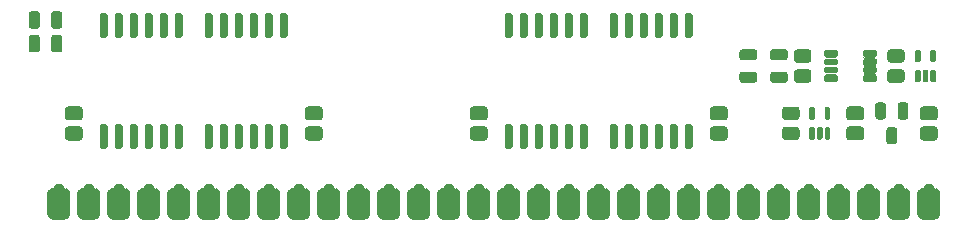
<source format=gts>
G04 #@! TF.GenerationSoftware,KiCad,Pcbnew,(5.1.10-1-10_14)*
G04 #@! TF.CreationDate,2021-06-21T04:56:55-04:00*
G04 #@! TF.ProjectId,GW4194-SOP,47573431-3934-42d5-934f-502e6b696361,1.0-SOP*
G04 #@! TF.SameCoordinates,Original*
G04 #@! TF.FileFunction,Soldermask,Top*
G04 #@! TF.FilePolarity,Negative*
%FSLAX46Y46*%
G04 Gerber Fmt 4.6, Leading zero omitted, Abs format (unit mm)*
G04 Created by KiCad (PCBNEW (5.1.10-1-10_14)) date 2021-06-21 04:56:55*
%MOMM*%
%LPD*%
G01*
G04 APERTURE LIST*
%ADD10C,0.952400*%
%ADD11C,0.100000*%
G04 APERTURE END LIST*
G36*
G01*
X82854800Y-100939600D02*
X82854800Y-99212400D01*
G75*
G02*
X83337400Y-98729800I482600J0D01*
G01*
X84302600Y-98729800D01*
G75*
G02*
X84785200Y-99212400I0J-482600D01*
G01*
X84785200Y-100939600D01*
G75*
G02*
X84302600Y-101422200I-482600J0D01*
G01*
X83337400Y-101422200D01*
G75*
G02*
X82854800Y-100939600I0J482600D01*
G01*
G37*
G36*
G01*
X85394800Y-100939600D02*
X85394800Y-99212400D01*
G75*
G02*
X85877400Y-98729800I482600J0D01*
G01*
X86842600Y-98729800D01*
G75*
G02*
X87325200Y-99212400I0J-482600D01*
G01*
X87325200Y-100939600D01*
G75*
G02*
X86842600Y-101422200I-482600J0D01*
G01*
X85877400Y-101422200D01*
G75*
G02*
X85394800Y-100939600I0J482600D01*
G01*
G37*
D10*
X88900000Y-98806000D03*
G36*
G01*
X108254800Y-100939600D02*
X108254800Y-99212400D01*
G75*
G02*
X108737400Y-98729800I482600J0D01*
G01*
X109702600Y-98729800D01*
G75*
G02*
X110185200Y-99212400I0J-482600D01*
G01*
X110185200Y-100939600D01*
G75*
G02*
X109702600Y-101422200I-482600J0D01*
G01*
X108737400Y-101422200D01*
G75*
G02*
X108254800Y-100939600I0J482600D01*
G01*
G37*
G36*
G01*
X93014800Y-100939600D02*
X93014800Y-99212400D01*
G75*
G02*
X93497400Y-98729800I482600J0D01*
G01*
X94462600Y-98729800D01*
G75*
G02*
X94945200Y-99212400I0J-482600D01*
G01*
X94945200Y-100939600D01*
G75*
G02*
X94462600Y-101422200I-482600J0D01*
G01*
X93497400Y-101422200D01*
G75*
G02*
X93014800Y-100939600I0J482600D01*
G01*
G37*
G36*
G01*
X110794800Y-100939600D02*
X110794800Y-99212400D01*
G75*
G02*
X111277400Y-98729800I482600J0D01*
G01*
X112242600Y-98729800D01*
G75*
G02*
X112725200Y-99212400I0J-482600D01*
G01*
X112725200Y-100939600D01*
G75*
G02*
X112242600Y-101422200I-482600J0D01*
G01*
X111277400Y-101422200D01*
G75*
G02*
X110794800Y-100939600I0J482600D01*
G01*
G37*
G36*
G01*
X146354800Y-100939600D02*
X146354800Y-99212400D01*
G75*
G02*
X146837400Y-98729800I482600J0D01*
G01*
X147802600Y-98729800D01*
G75*
G02*
X148285200Y-99212400I0J-482600D01*
G01*
X148285200Y-100939600D01*
G75*
G02*
X147802600Y-101422200I-482600J0D01*
G01*
X146837400Y-101422200D01*
G75*
G02*
X146354800Y-100939600I0J482600D01*
G01*
G37*
G36*
G01*
X113334800Y-100939600D02*
X113334800Y-99212400D01*
G75*
G02*
X113817400Y-98729800I482600J0D01*
G01*
X114782600Y-98729800D01*
G75*
G02*
X115265200Y-99212400I0J-482600D01*
G01*
X115265200Y-100939600D01*
G75*
G02*
X114782600Y-101422200I-482600J0D01*
G01*
X113817400Y-101422200D01*
G75*
G02*
X113334800Y-100939600I0J482600D01*
G01*
G37*
G36*
G01*
X115874800Y-100939600D02*
X115874800Y-99212400D01*
G75*
G02*
X116357400Y-98729800I482600J0D01*
G01*
X117322600Y-98729800D01*
G75*
G02*
X117805200Y-99212400I0J-482600D01*
G01*
X117805200Y-100939600D01*
G75*
G02*
X117322600Y-101422200I-482600J0D01*
G01*
X116357400Y-101422200D01*
G75*
G02*
X115874800Y-100939600I0J482600D01*
G01*
G37*
G36*
G01*
X90474800Y-100939600D02*
X90474800Y-99212400D01*
G75*
G02*
X90957400Y-98729800I482600J0D01*
G01*
X91922600Y-98729800D01*
G75*
G02*
X92405200Y-99212400I0J-482600D01*
G01*
X92405200Y-100939600D01*
G75*
G02*
X91922600Y-101422200I-482600J0D01*
G01*
X90957400Y-101422200D01*
G75*
G02*
X90474800Y-100939600I0J482600D01*
G01*
G37*
G36*
G01*
X153974800Y-100939600D02*
X153974800Y-99212400D01*
G75*
G02*
X154457400Y-98729800I482600J0D01*
G01*
X155422600Y-98729800D01*
G75*
G02*
X155905200Y-99212400I0J-482600D01*
G01*
X155905200Y-100939600D01*
G75*
G02*
X155422600Y-101422200I-482600J0D01*
G01*
X154457400Y-101422200D01*
G75*
G02*
X153974800Y-100939600I0J482600D01*
G01*
G37*
G36*
G01*
X87934800Y-100939600D02*
X87934800Y-99212400D01*
G75*
G02*
X88417400Y-98729800I482600J0D01*
G01*
X89382600Y-98729800D01*
G75*
G02*
X89865200Y-99212400I0J-482600D01*
G01*
X89865200Y-100939600D01*
G75*
G02*
X89382600Y-101422200I-482600J0D01*
G01*
X88417400Y-101422200D01*
G75*
G02*
X87934800Y-100939600I0J482600D01*
G01*
G37*
G36*
G01*
X141274800Y-100939600D02*
X141274800Y-99212400D01*
G75*
G02*
X141757400Y-98729800I482600J0D01*
G01*
X142722600Y-98729800D01*
G75*
G02*
X143205200Y-99212400I0J-482600D01*
G01*
X143205200Y-100939600D01*
G75*
G02*
X142722600Y-101422200I-482600J0D01*
G01*
X141757400Y-101422200D01*
G75*
G02*
X141274800Y-100939600I0J482600D01*
G01*
G37*
G36*
G01*
X120954800Y-100939600D02*
X120954800Y-99212400D01*
G75*
G02*
X121437400Y-98729800I482600J0D01*
G01*
X122402600Y-98729800D01*
G75*
G02*
X122885200Y-99212400I0J-482600D01*
G01*
X122885200Y-100939600D01*
G75*
G02*
X122402600Y-101422200I-482600J0D01*
G01*
X121437400Y-101422200D01*
G75*
G02*
X120954800Y-100939600I0J482600D01*
G01*
G37*
G36*
G01*
X131114800Y-100939600D02*
X131114800Y-99212400D01*
G75*
G02*
X131597400Y-98729800I482600J0D01*
G01*
X132562600Y-98729800D01*
G75*
G02*
X133045200Y-99212400I0J-482600D01*
G01*
X133045200Y-100939600D01*
G75*
G02*
X132562600Y-101422200I-482600J0D01*
G01*
X131597400Y-101422200D01*
G75*
G02*
X131114800Y-100939600I0J482600D01*
G01*
G37*
G36*
G01*
X138734800Y-100939600D02*
X138734800Y-99212400D01*
G75*
G02*
X139217400Y-98729800I482600J0D01*
G01*
X140182600Y-98729800D01*
G75*
G02*
X140665200Y-99212400I0J-482600D01*
G01*
X140665200Y-100939600D01*
G75*
G02*
X140182600Y-101422200I-482600J0D01*
G01*
X139217400Y-101422200D01*
G75*
G02*
X138734800Y-100939600I0J482600D01*
G01*
G37*
G36*
G01*
X103174800Y-100939600D02*
X103174800Y-99212400D01*
G75*
G02*
X103657400Y-98729800I482600J0D01*
G01*
X104622600Y-98729800D01*
G75*
G02*
X105105200Y-99212400I0J-482600D01*
G01*
X105105200Y-100939600D01*
G75*
G02*
X104622600Y-101422200I-482600J0D01*
G01*
X103657400Y-101422200D01*
G75*
G02*
X103174800Y-100939600I0J482600D01*
G01*
G37*
G36*
G01*
X126034800Y-100939600D02*
X126034800Y-99212400D01*
G75*
G02*
X126517400Y-98729800I482600J0D01*
G01*
X127482600Y-98729800D01*
G75*
G02*
X127965200Y-99212400I0J-482600D01*
G01*
X127965200Y-100939600D01*
G75*
G02*
X127482600Y-101422200I-482600J0D01*
G01*
X126517400Y-101422200D01*
G75*
G02*
X126034800Y-100939600I0J482600D01*
G01*
G37*
G36*
G01*
X133654800Y-100939600D02*
X133654800Y-99212400D01*
G75*
G02*
X134137400Y-98729800I482600J0D01*
G01*
X135102600Y-98729800D01*
G75*
G02*
X135585200Y-99212400I0J-482600D01*
G01*
X135585200Y-100939600D01*
G75*
G02*
X135102600Y-101422200I-482600J0D01*
G01*
X134137400Y-101422200D01*
G75*
G02*
X133654800Y-100939600I0J482600D01*
G01*
G37*
G36*
G01*
X128574800Y-100939600D02*
X128574800Y-99212400D01*
G75*
G02*
X129057400Y-98729800I482600J0D01*
G01*
X130022600Y-98729800D01*
G75*
G02*
X130505200Y-99212400I0J-482600D01*
G01*
X130505200Y-100939600D01*
G75*
G02*
X130022600Y-101422200I-482600J0D01*
G01*
X129057400Y-101422200D01*
G75*
G02*
X128574800Y-100939600I0J482600D01*
G01*
G37*
G36*
G01*
X105714800Y-100939600D02*
X105714800Y-99212400D01*
G75*
G02*
X106197400Y-98729800I482600J0D01*
G01*
X107162600Y-98729800D01*
G75*
G02*
X107645200Y-99212400I0J-482600D01*
G01*
X107645200Y-100939600D01*
G75*
G02*
X107162600Y-101422200I-482600J0D01*
G01*
X106197400Y-101422200D01*
G75*
G02*
X105714800Y-100939600I0J482600D01*
G01*
G37*
G36*
G01*
X136194800Y-100939600D02*
X136194800Y-99212400D01*
G75*
G02*
X136677400Y-98729800I482600J0D01*
G01*
X137642600Y-98729800D01*
G75*
G02*
X138125200Y-99212400I0J-482600D01*
G01*
X138125200Y-100939600D01*
G75*
G02*
X137642600Y-101422200I-482600J0D01*
G01*
X136677400Y-101422200D01*
G75*
G02*
X136194800Y-100939600I0J482600D01*
G01*
G37*
G36*
G01*
X95554800Y-100939600D02*
X95554800Y-99212400D01*
G75*
G02*
X96037400Y-98729800I482600J0D01*
G01*
X97002600Y-98729800D01*
G75*
G02*
X97485200Y-99212400I0J-482600D01*
G01*
X97485200Y-100939600D01*
G75*
G02*
X97002600Y-101422200I-482600J0D01*
G01*
X96037400Y-101422200D01*
G75*
G02*
X95554800Y-100939600I0J482600D01*
G01*
G37*
G36*
G01*
X123494800Y-100939600D02*
X123494800Y-99212400D01*
G75*
G02*
X123977400Y-98729800I482600J0D01*
G01*
X124942600Y-98729800D01*
G75*
G02*
X125425200Y-99212400I0J-482600D01*
G01*
X125425200Y-100939600D01*
G75*
G02*
X124942600Y-101422200I-482600J0D01*
G01*
X123977400Y-101422200D01*
G75*
G02*
X123494800Y-100939600I0J482600D01*
G01*
G37*
G36*
G01*
X98094800Y-100939600D02*
X98094800Y-99212400D01*
G75*
G02*
X98577400Y-98729800I482600J0D01*
G01*
X99542600Y-98729800D01*
G75*
G02*
X100025200Y-99212400I0J-482600D01*
G01*
X100025200Y-100939600D01*
G75*
G02*
X99542600Y-101422200I-482600J0D01*
G01*
X98577400Y-101422200D01*
G75*
G02*
X98094800Y-100939600I0J482600D01*
G01*
G37*
G36*
G01*
X100634800Y-100939600D02*
X100634800Y-99212400D01*
G75*
G02*
X101117400Y-98729800I482600J0D01*
G01*
X102082600Y-98729800D01*
G75*
G02*
X102565200Y-99212400I0J-482600D01*
G01*
X102565200Y-100939600D01*
G75*
G02*
X102082600Y-101422200I-482600J0D01*
G01*
X101117400Y-101422200D01*
G75*
G02*
X100634800Y-100939600I0J482600D01*
G01*
G37*
G36*
G01*
X148894800Y-100939600D02*
X148894800Y-99212400D01*
G75*
G02*
X149377400Y-98729800I482600J0D01*
G01*
X150342600Y-98729800D01*
G75*
G02*
X150825200Y-99212400I0J-482600D01*
G01*
X150825200Y-100939600D01*
G75*
G02*
X150342600Y-101422200I-482600J0D01*
G01*
X149377400Y-101422200D01*
G75*
G02*
X148894800Y-100939600I0J482600D01*
G01*
G37*
G36*
G01*
X151434800Y-100939600D02*
X151434800Y-99212400D01*
G75*
G02*
X151917400Y-98729800I482600J0D01*
G01*
X152882600Y-98729800D01*
G75*
G02*
X153365200Y-99212400I0J-482600D01*
G01*
X153365200Y-100939600D01*
G75*
G02*
X152882600Y-101422200I-482600J0D01*
G01*
X151917400Y-101422200D01*
G75*
G02*
X151434800Y-100939600I0J482600D01*
G01*
G37*
G36*
G01*
X156514800Y-100939600D02*
X156514800Y-99212400D01*
G75*
G02*
X156997400Y-98729800I482600J0D01*
G01*
X157962600Y-98729800D01*
G75*
G02*
X158445200Y-99212400I0J-482600D01*
G01*
X158445200Y-100939600D01*
G75*
G02*
X157962600Y-101422200I-482600J0D01*
G01*
X156997400Y-101422200D01*
G75*
G02*
X156514800Y-100939600I0J482600D01*
G01*
G37*
G36*
G01*
X118414800Y-100939600D02*
X118414800Y-99212400D01*
G75*
G02*
X118897400Y-98729800I482600J0D01*
G01*
X119862600Y-98729800D01*
G75*
G02*
X120345200Y-99212400I0J-482600D01*
G01*
X120345200Y-100939600D01*
G75*
G02*
X119862600Y-101422200I-482600J0D01*
G01*
X118897400Y-101422200D01*
G75*
G02*
X118414800Y-100939600I0J482600D01*
G01*
G37*
G36*
G01*
X143814800Y-100939600D02*
X143814800Y-99212400D01*
G75*
G02*
X144297400Y-98729800I482600J0D01*
G01*
X145262600Y-98729800D01*
G75*
G02*
X145745200Y-99212400I0J-482600D01*
G01*
X145745200Y-100939600D01*
G75*
G02*
X145262600Y-101422200I-482600J0D01*
G01*
X144297400Y-101422200D01*
G75*
G02*
X143814800Y-100939600I0J482600D01*
G01*
G37*
X86360000Y-98806000D03*
X83820000Y-98806000D03*
X93980000Y-98806000D03*
X91440000Y-98806000D03*
X96520000Y-98806000D03*
X99060000Y-98806000D03*
X104140000Y-98806000D03*
X101600000Y-98806000D03*
X109220000Y-98806000D03*
X106680000Y-98806000D03*
X111760000Y-98806000D03*
X116840000Y-98806000D03*
X114300000Y-98806000D03*
X119380000Y-98806000D03*
X124460000Y-98806000D03*
X121920000Y-98806000D03*
X127000000Y-98806000D03*
X149860000Y-98806000D03*
X147320000Y-98806000D03*
X152400000Y-98806000D03*
X134620000Y-98806000D03*
X132080000Y-98806000D03*
X137160000Y-98806000D03*
X142240000Y-98806000D03*
X139700000Y-98806000D03*
X144780000Y-98806000D03*
X129540000Y-98806000D03*
X154940000Y-98806000D03*
X157480000Y-98806000D03*
G36*
G01*
X142712500Y-87925000D02*
X141687500Y-87925000D01*
G75*
G02*
X141450000Y-87687500I0J237500D01*
G01*
X141450000Y-87212500D01*
G75*
G02*
X141687500Y-86975000I237500J0D01*
G01*
X142712500Y-86975000D01*
G75*
G02*
X142950000Y-87212500I0J-237500D01*
G01*
X142950000Y-87687500D01*
G75*
G02*
X142712500Y-87925000I-237500J0D01*
G01*
G37*
G36*
G01*
X142712500Y-89825000D02*
X141687500Y-89825000D01*
G75*
G02*
X141450000Y-89587500I0J237500D01*
G01*
X141450000Y-89112500D01*
G75*
G02*
X141687500Y-88875000I237500J0D01*
G01*
X142712500Y-88875000D01*
G75*
G02*
X142950000Y-89112500I0J-237500D01*
G01*
X142950000Y-89587500D01*
G75*
G02*
X142712500Y-89825000I-237500J0D01*
G01*
G37*
G36*
G01*
X145337500Y-93525000D02*
X146262500Y-93525000D01*
G75*
G02*
X146550000Y-93812500I0J-287500D01*
G01*
X146550000Y-94387500D01*
G75*
G02*
X146262500Y-94675000I-287500J0D01*
G01*
X145337500Y-94675000D01*
G75*
G02*
X145050000Y-94387500I0J287500D01*
G01*
X145050000Y-93812500D01*
G75*
G02*
X145337500Y-93525000I287500J0D01*
G01*
G37*
G36*
G01*
X145337500Y-91825000D02*
X146262500Y-91825000D01*
G75*
G02*
X146550000Y-92112500I0J-287500D01*
G01*
X146550000Y-92687500D01*
G75*
G02*
X146262500Y-92975000I-287500J0D01*
G01*
X145337500Y-92975000D01*
G75*
G02*
X145050000Y-92687500I0J287500D01*
G01*
X145050000Y-92112500D01*
G75*
G02*
X145337500Y-91825000I287500J0D01*
G01*
G37*
G36*
G01*
X150774400Y-91798800D02*
X151725600Y-91798800D01*
G75*
G02*
X152026200Y-92099400I0J-300600D01*
G01*
X152026200Y-92700600D01*
G75*
G02*
X151725600Y-93001200I-300600J0D01*
G01*
X150774400Y-93001200D01*
G75*
G02*
X150473800Y-92700600I0J300600D01*
G01*
X150473800Y-92099400D01*
G75*
G02*
X150774400Y-91798800I300600J0D01*
G01*
G37*
G36*
G01*
X150774400Y-93498800D02*
X151725600Y-93498800D01*
G75*
G02*
X152026200Y-93799400I0J-300600D01*
G01*
X152026200Y-94400600D01*
G75*
G02*
X151725600Y-94701200I-300600J0D01*
G01*
X150774400Y-94701200D01*
G75*
G02*
X150473800Y-94400600I0J300600D01*
G01*
X150473800Y-93799400D01*
G75*
G02*
X150774400Y-93498800I300600J0D01*
G01*
G37*
G36*
G01*
X85565600Y-94708200D02*
X84614400Y-94708200D01*
G75*
G02*
X84313800Y-94407600I0J300600D01*
G01*
X84313800Y-93806400D01*
G75*
G02*
X84614400Y-93505800I300600J0D01*
G01*
X85565600Y-93505800D01*
G75*
G02*
X85866200Y-93806400I0J-300600D01*
G01*
X85866200Y-94407600D01*
G75*
G02*
X85565600Y-94708200I-300600J0D01*
G01*
G37*
G36*
G01*
X85565600Y-93008200D02*
X84614400Y-93008200D01*
G75*
G02*
X84313800Y-92707600I0J300600D01*
G01*
X84313800Y-92106400D01*
G75*
G02*
X84614400Y-91805800I300600J0D01*
G01*
X85565600Y-91805800D01*
G75*
G02*
X85866200Y-92106400I0J-300600D01*
G01*
X85866200Y-92707600D01*
G75*
G02*
X85565600Y-93008200I-300600J0D01*
G01*
G37*
G36*
G01*
X105885600Y-93008200D02*
X104934400Y-93008200D01*
G75*
G02*
X104633800Y-92707600I0J300600D01*
G01*
X104633800Y-92106400D01*
G75*
G02*
X104934400Y-91805800I300600J0D01*
G01*
X105885600Y-91805800D01*
G75*
G02*
X106186200Y-92106400I0J-300600D01*
G01*
X106186200Y-92707600D01*
G75*
G02*
X105885600Y-93008200I-300600J0D01*
G01*
G37*
G36*
G01*
X105885600Y-94708200D02*
X104934400Y-94708200D01*
G75*
G02*
X104633800Y-94407600I0J300600D01*
G01*
X104633800Y-93806400D01*
G75*
G02*
X104934400Y-93505800I300600J0D01*
G01*
X105885600Y-93505800D01*
G75*
G02*
X106186200Y-93806400I0J-300600D01*
G01*
X106186200Y-94407600D01*
G75*
G02*
X105885600Y-94708200I-300600J0D01*
G01*
G37*
G36*
G01*
X119855600Y-94708200D02*
X118904400Y-94708200D01*
G75*
G02*
X118603800Y-94407600I0J300600D01*
G01*
X118603800Y-93806400D01*
G75*
G02*
X118904400Y-93505800I300600J0D01*
G01*
X119855600Y-93505800D01*
G75*
G02*
X120156200Y-93806400I0J-300600D01*
G01*
X120156200Y-94407600D01*
G75*
G02*
X119855600Y-94708200I-300600J0D01*
G01*
G37*
G36*
G01*
X119855600Y-93008200D02*
X118904400Y-93008200D01*
G75*
G02*
X118603800Y-92707600I0J300600D01*
G01*
X118603800Y-92106400D01*
G75*
G02*
X118904400Y-91805800I300600J0D01*
G01*
X119855600Y-91805800D01*
G75*
G02*
X120156200Y-92106400I0J-300600D01*
G01*
X120156200Y-92707600D01*
G75*
G02*
X119855600Y-93008200I-300600J0D01*
G01*
G37*
G36*
G01*
X157955600Y-94708200D02*
X157004400Y-94708200D01*
G75*
G02*
X156703800Y-94407600I0J300600D01*
G01*
X156703800Y-93806400D01*
G75*
G02*
X157004400Y-93505800I300600J0D01*
G01*
X157955600Y-93505800D01*
G75*
G02*
X158256200Y-93806400I0J-300600D01*
G01*
X158256200Y-94407600D01*
G75*
G02*
X157955600Y-94708200I-300600J0D01*
G01*
G37*
G36*
G01*
X157955600Y-93008200D02*
X157004400Y-93008200D01*
G75*
G02*
X156703800Y-92707600I0J300600D01*
G01*
X156703800Y-92106400D01*
G75*
G02*
X157004400Y-91805800I300600J0D01*
G01*
X157955600Y-91805800D01*
G75*
G02*
X158256200Y-92106400I0J-300600D01*
G01*
X158256200Y-92707600D01*
G75*
G02*
X157955600Y-93008200I-300600J0D01*
G01*
G37*
G36*
G01*
X140175600Y-94708200D02*
X139224400Y-94708200D01*
G75*
G02*
X138923800Y-94407600I0J300600D01*
G01*
X138923800Y-93806400D01*
G75*
G02*
X139224400Y-93505800I300600J0D01*
G01*
X140175600Y-93505800D01*
G75*
G02*
X140476200Y-93806400I0J-300600D01*
G01*
X140476200Y-94407600D01*
G75*
G02*
X140175600Y-94708200I-300600J0D01*
G01*
G37*
G36*
G01*
X140175600Y-93008200D02*
X139224400Y-93008200D01*
G75*
G02*
X138923800Y-92707600I0J300600D01*
G01*
X138923800Y-92106400D01*
G75*
G02*
X139224400Y-91805800I300600J0D01*
G01*
X140175600Y-91805800D01*
G75*
G02*
X140476200Y-92106400I0J-300600D01*
G01*
X140476200Y-92707600D01*
G75*
G02*
X140175600Y-93008200I-300600J0D01*
G01*
G37*
G36*
G01*
X82225000Y-85987500D02*
X82225000Y-87012500D01*
G75*
G02*
X81987500Y-87250000I-237500J0D01*
G01*
X81512500Y-87250000D01*
G75*
G02*
X81275000Y-87012500I0J237500D01*
G01*
X81275000Y-85987500D01*
G75*
G02*
X81512500Y-85750000I237500J0D01*
G01*
X81987500Y-85750000D01*
G75*
G02*
X82225000Y-85987500I0J-237500D01*
G01*
G37*
G36*
G01*
X84125000Y-85987500D02*
X84125000Y-87012500D01*
G75*
G02*
X83887500Y-87250000I-237500J0D01*
G01*
X83412500Y-87250000D01*
G75*
G02*
X83175000Y-87012500I0J237500D01*
G01*
X83175000Y-85987500D01*
G75*
G02*
X83412500Y-85750000I237500J0D01*
G01*
X83887500Y-85750000D01*
G75*
G02*
X84125000Y-85987500I0J-237500D01*
G01*
G37*
G36*
G01*
X81275000Y-85012500D02*
X81275000Y-83987500D01*
G75*
G02*
X81512500Y-83750000I237500J0D01*
G01*
X81987500Y-83750000D01*
G75*
G02*
X82225000Y-83987500I0J-237500D01*
G01*
X82225000Y-85012500D01*
G75*
G02*
X81987500Y-85250000I-237500J0D01*
G01*
X81512500Y-85250000D01*
G75*
G02*
X81275000Y-85012500I0J237500D01*
G01*
G37*
G36*
G01*
X83175000Y-85012500D02*
X83175000Y-83987500D01*
G75*
G02*
X83412500Y-83750000I237500J0D01*
G01*
X83887500Y-83750000D01*
G75*
G02*
X84125000Y-83987500I0J-237500D01*
G01*
X84125000Y-85012500D01*
G75*
G02*
X83887500Y-85250000I-237500J0D01*
G01*
X83412500Y-85250000D01*
G75*
G02*
X83175000Y-85012500I0J237500D01*
G01*
G37*
G36*
G01*
X154125000Y-93575000D02*
X154575000Y-93575000D01*
G75*
G02*
X154800000Y-93800000I0J-225000D01*
G01*
X154800000Y-94800000D01*
G75*
G02*
X154575000Y-95025000I-225000J0D01*
G01*
X154125000Y-95025000D01*
G75*
G02*
X153900000Y-94800000I0J225000D01*
G01*
X153900000Y-93800000D01*
G75*
G02*
X154125000Y-93575000I225000J0D01*
G01*
G37*
G36*
G01*
X153175000Y-91475000D02*
X153625000Y-91475000D01*
G75*
G02*
X153850000Y-91700000I0J-225000D01*
G01*
X153850000Y-92700000D01*
G75*
G02*
X153625000Y-92925000I-225000J0D01*
G01*
X153175000Y-92925000D01*
G75*
G02*
X152950000Y-92700000I0J225000D01*
G01*
X152950000Y-91700000D01*
G75*
G02*
X153175000Y-91475000I225000J0D01*
G01*
G37*
G36*
G01*
X155075000Y-91475000D02*
X155525000Y-91475000D01*
G75*
G02*
X155750000Y-91700000I0J-225000D01*
G01*
X155750000Y-92700000D01*
G75*
G02*
X155525000Y-92925000I-225000J0D01*
G01*
X155075000Y-92925000D01*
G75*
G02*
X154850000Y-92700000I0J225000D01*
G01*
X154850000Y-91700000D01*
G75*
G02*
X155075000Y-91475000I225000J0D01*
G01*
G37*
G36*
G01*
X154237500Y-86975000D02*
X155162500Y-86975000D01*
G75*
G02*
X155450000Y-87262500I0J-287500D01*
G01*
X155450000Y-87837500D01*
G75*
G02*
X155162500Y-88125000I-287500J0D01*
G01*
X154237500Y-88125000D01*
G75*
G02*
X153950000Y-87837500I0J287500D01*
G01*
X153950000Y-87262500D01*
G75*
G02*
X154237500Y-86975000I287500J0D01*
G01*
G37*
G36*
G01*
X154237500Y-88675000D02*
X155162500Y-88675000D01*
G75*
G02*
X155450000Y-88962500I0J-287500D01*
G01*
X155450000Y-89537500D01*
G75*
G02*
X155162500Y-89825000I-287500J0D01*
G01*
X154237500Y-89825000D01*
G75*
G02*
X153950000Y-89537500I0J287500D01*
G01*
X153950000Y-88962500D01*
G75*
G02*
X154237500Y-88675000I287500J0D01*
G01*
G37*
G36*
G01*
X146337500Y-88675000D02*
X147262500Y-88675000D01*
G75*
G02*
X147550000Y-88962500I0J-287500D01*
G01*
X147550000Y-89537500D01*
G75*
G02*
X147262500Y-89825000I-287500J0D01*
G01*
X146337500Y-89825000D01*
G75*
G02*
X146050000Y-89537500I0J287500D01*
G01*
X146050000Y-88962500D01*
G75*
G02*
X146337500Y-88675000I287500J0D01*
G01*
G37*
G36*
G01*
X146337500Y-86975000D02*
X147262500Y-86975000D01*
G75*
G02*
X147550000Y-87262500I0J-287500D01*
G01*
X147550000Y-87837500D01*
G75*
G02*
X147262500Y-88125000I-287500J0D01*
G01*
X146337500Y-88125000D01*
G75*
G02*
X146050000Y-87837500I0J287500D01*
G01*
X146050000Y-87262500D01*
G75*
G02*
X146337500Y-86975000I287500J0D01*
G01*
G37*
G36*
G01*
X147720000Y-92940000D02*
X147480000Y-92940000D01*
G75*
G02*
X147360000Y-92820000I0J120000D01*
G01*
X147360000Y-91980000D01*
G75*
G02*
X147480000Y-91860000I120000J0D01*
G01*
X147720000Y-91860000D01*
G75*
G02*
X147840000Y-91980000I0J-120000D01*
G01*
X147840000Y-92820000D01*
G75*
G02*
X147720000Y-92940000I-120000J0D01*
G01*
G37*
G36*
G01*
X149020000Y-92940000D02*
X148780000Y-92940000D01*
G75*
G02*
X148660000Y-92820000I0J120000D01*
G01*
X148660000Y-91980000D01*
G75*
G02*
X148780000Y-91860000I120000J0D01*
G01*
X149020000Y-91860000D01*
G75*
G02*
X149140000Y-91980000I0J-120000D01*
G01*
X149140000Y-92820000D01*
G75*
G02*
X149020000Y-92940000I-120000J0D01*
G01*
G37*
G36*
G01*
X148370000Y-94640000D02*
X148130000Y-94640000D01*
G75*
G02*
X148010000Y-94520000I0J120000D01*
G01*
X148010000Y-93680000D01*
G75*
G02*
X148130000Y-93560000I120000J0D01*
G01*
X148370000Y-93560000D01*
G75*
G02*
X148490000Y-93680000I0J-120000D01*
G01*
X148490000Y-94520000D01*
G75*
G02*
X148370000Y-94640000I-120000J0D01*
G01*
G37*
G36*
G01*
X147720000Y-94640000D02*
X147480000Y-94640000D01*
G75*
G02*
X147360000Y-94520000I0J120000D01*
G01*
X147360000Y-93680000D01*
G75*
G02*
X147480000Y-93560000I120000J0D01*
G01*
X147720000Y-93560000D01*
G75*
G02*
X147840000Y-93680000I0J-120000D01*
G01*
X147840000Y-94520000D01*
G75*
G02*
X147720000Y-94640000I-120000J0D01*
G01*
G37*
G36*
G01*
X149020000Y-94640000D02*
X148780000Y-94640000D01*
G75*
G02*
X148660000Y-94520000I0J120000D01*
G01*
X148660000Y-93680000D01*
G75*
G02*
X148780000Y-93560000I120000J0D01*
G01*
X149020000Y-93560000D01*
G75*
G02*
X149140000Y-93680000I0J-120000D01*
G01*
X149140000Y-94520000D01*
G75*
G02*
X149020000Y-94640000I-120000J0D01*
G01*
G37*
G36*
G01*
X148585000Y-87520000D02*
X148585000Y-87180000D01*
G75*
G02*
X148755000Y-87010000I170000J0D01*
G01*
X149645000Y-87010000D01*
G75*
G02*
X149815000Y-87180000I0J-170000D01*
G01*
X149815000Y-87520000D01*
G75*
G02*
X149645000Y-87690000I-170000J0D01*
G01*
X148755000Y-87690000D01*
G75*
G02*
X148585000Y-87520000I0J170000D01*
G01*
G37*
G36*
G01*
X148585000Y-88195000D02*
X148585000Y-87955000D01*
G75*
G02*
X148705000Y-87835000I120000J0D01*
G01*
X149695000Y-87835000D01*
G75*
G02*
X149815000Y-87955000I0J-120000D01*
G01*
X149815000Y-88195000D01*
G75*
G02*
X149695000Y-88315000I-120000J0D01*
G01*
X148705000Y-88315000D01*
G75*
G02*
X148585000Y-88195000I0J120000D01*
G01*
G37*
G36*
G01*
X148585000Y-88845000D02*
X148585000Y-88605000D01*
G75*
G02*
X148705000Y-88485000I120000J0D01*
G01*
X149695000Y-88485000D01*
G75*
G02*
X149815000Y-88605000I0J-120000D01*
G01*
X149815000Y-88845000D01*
G75*
G02*
X149695000Y-88965000I-120000J0D01*
G01*
X148705000Y-88965000D01*
G75*
G02*
X148585000Y-88845000I0J120000D01*
G01*
G37*
G36*
G01*
X148585000Y-89620000D02*
X148585000Y-89280000D01*
G75*
G02*
X148755000Y-89110000I170000J0D01*
G01*
X149645000Y-89110000D01*
G75*
G02*
X149815000Y-89280000I0J-170000D01*
G01*
X149815000Y-89620000D01*
G75*
G02*
X149645000Y-89790000I-170000J0D01*
G01*
X148755000Y-89790000D01*
G75*
G02*
X148585000Y-89620000I0J170000D01*
G01*
G37*
G36*
G01*
X151885000Y-89620000D02*
X151885000Y-89280000D01*
G75*
G02*
X152055000Y-89110000I170000J0D01*
G01*
X152945000Y-89110000D01*
G75*
G02*
X153115000Y-89280000I0J-170000D01*
G01*
X153115000Y-89620000D01*
G75*
G02*
X152945000Y-89790000I-170000J0D01*
G01*
X152055000Y-89790000D01*
G75*
G02*
X151885000Y-89620000I0J170000D01*
G01*
G37*
G36*
G01*
X151885000Y-88857500D02*
X151885000Y-88592500D01*
G75*
G02*
X152017500Y-88460000I132500J0D01*
G01*
X152982500Y-88460000D01*
G75*
G02*
X153115000Y-88592500I0J-132500D01*
G01*
X153115000Y-88857500D01*
G75*
G02*
X152982500Y-88990000I-132500J0D01*
G01*
X152017500Y-88990000D01*
G75*
G02*
X151885000Y-88857500I0J132500D01*
G01*
G37*
G36*
G01*
X151885000Y-88207500D02*
X151885000Y-87942500D01*
G75*
G02*
X152017500Y-87810000I132500J0D01*
G01*
X152982500Y-87810000D01*
G75*
G02*
X153115000Y-87942500I0J-132500D01*
G01*
X153115000Y-88207500D01*
G75*
G02*
X152982500Y-88340000I-132500J0D01*
G01*
X152017500Y-88340000D01*
G75*
G02*
X151885000Y-88207500I0J132500D01*
G01*
G37*
G36*
G01*
X151885000Y-87520000D02*
X151885000Y-87180000D01*
G75*
G02*
X152055000Y-87010000I170000J0D01*
G01*
X152945000Y-87010000D01*
G75*
G02*
X153115000Y-87180000I0J-170000D01*
G01*
X153115000Y-87520000D01*
G75*
G02*
X152945000Y-87690000I-170000J0D01*
G01*
X152055000Y-87690000D01*
G75*
G02*
X151885000Y-87520000I0J170000D01*
G01*
G37*
G36*
G01*
X157970000Y-89790000D02*
X157730000Y-89790000D01*
G75*
G02*
X157610000Y-89670000I0J120000D01*
G01*
X157610000Y-88830000D01*
G75*
G02*
X157730000Y-88710000I120000J0D01*
G01*
X157970000Y-88710000D01*
G75*
G02*
X158090000Y-88830000I0J-120000D01*
G01*
X158090000Y-89670000D01*
G75*
G02*
X157970000Y-89790000I-120000J0D01*
G01*
G37*
G36*
G01*
X156670000Y-89790000D02*
X156430000Y-89790000D01*
G75*
G02*
X156310000Y-89670000I0J120000D01*
G01*
X156310000Y-88830000D01*
G75*
G02*
X156430000Y-88710000I120000J0D01*
G01*
X156670000Y-88710000D01*
G75*
G02*
X156790000Y-88830000I0J-120000D01*
G01*
X156790000Y-89670000D01*
G75*
G02*
X156670000Y-89790000I-120000J0D01*
G01*
G37*
G36*
G01*
X157320000Y-89790000D02*
X157080000Y-89790000D01*
G75*
G02*
X156960000Y-89670000I0J120000D01*
G01*
X156960000Y-88830000D01*
G75*
G02*
X157080000Y-88710000I120000J0D01*
G01*
X157320000Y-88710000D01*
G75*
G02*
X157440000Y-88830000I0J-120000D01*
G01*
X157440000Y-89670000D01*
G75*
G02*
X157320000Y-89790000I-120000J0D01*
G01*
G37*
G36*
G01*
X157970000Y-88090000D02*
X157730000Y-88090000D01*
G75*
G02*
X157610000Y-87970000I0J120000D01*
G01*
X157610000Y-87130000D01*
G75*
G02*
X157730000Y-87010000I120000J0D01*
G01*
X157970000Y-87010000D01*
G75*
G02*
X158090000Y-87130000I0J-120000D01*
G01*
X158090000Y-87970000D01*
G75*
G02*
X157970000Y-88090000I-120000J0D01*
G01*
G37*
G36*
G01*
X156670000Y-88090000D02*
X156430000Y-88090000D01*
G75*
G02*
X156310000Y-87970000I0J120000D01*
G01*
X156310000Y-87130000D01*
G75*
G02*
X156430000Y-87010000I120000J0D01*
G01*
X156670000Y-87010000D01*
G75*
G02*
X156790000Y-87130000I0J-120000D01*
G01*
X156790000Y-87970000D01*
G75*
G02*
X156670000Y-88090000I-120000J0D01*
G01*
G37*
G36*
G01*
X144287500Y-86975000D02*
X145312500Y-86975000D01*
G75*
G02*
X145550000Y-87212500I0J-237500D01*
G01*
X145550000Y-87687500D01*
G75*
G02*
X145312500Y-87925000I-237500J0D01*
G01*
X144287500Y-87925000D01*
G75*
G02*
X144050000Y-87687500I0J237500D01*
G01*
X144050000Y-87212500D01*
G75*
G02*
X144287500Y-86975000I237500J0D01*
G01*
G37*
G36*
G01*
X144287500Y-88875000D02*
X145312500Y-88875000D01*
G75*
G02*
X145550000Y-89112500I0J-237500D01*
G01*
X145550000Y-89587500D01*
G75*
G02*
X145312500Y-89825000I-237500J0D01*
G01*
X144287500Y-89825000D01*
G75*
G02*
X144050000Y-89587500I0J237500D01*
G01*
X144050000Y-89112500D01*
G75*
G02*
X144287500Y-88875000I237500J0D01*
G01*
G37*
G36*
G01*
X122095000Y-95427000D02*
X121745000Y-95427000D01*
G75*
G02*
X121570000Y-95252000I0J175000D01*
G01*
X121570000Y-93470000D01*
G75*
G02*
X121745000Y-93295000I175000J0D01*
G01*
X122095000Y-93295000D01*
G75*
G02*
X122270000Y-93470000I0J-175000D01*
G01*
X122270000Y-95252000D01*
G75*
G02*
X122095000Y-95427000I-175000J0D01*
G01*
G37*
G36*
G01*
X123365000Y-95427000D02*
X123015000Y-95427000D01*
G75*
G02*
X122840000Y-95252000I0J175000D01*
G01*
X122840000Y-93470000D01*
G75*
G02*
X123015000Y-93295000I175000J0D01*
G01*
X123365000Y-93295000D01*
G75*
G02*
X123540000Y-93470000I0J-175000D01*
G01*
X123540000Y-95252000D01*
G75*
G02*
X123365000Y-95427000I-175000J0D01*
G01*
G37*
G36*
G01*
X124635000Y-95427000D02*
X124285000Y-95427000D01*
G75*
G02*
X124110000Y-95252000I0J175000D01*
G01*
X124110000Y-93470000D01*
G75*
G02*
X124285000Y-93295000I175000J0D01*
G01*
X124635000Y-93295000D01*
G75*
G02*
X124810000Y-93470000I0J-175000D01*
G01*
X124810000Y-95252000D01*
G75*
G02*
X124635000Y-95427000I-175000J0D01*
G01*
G37*
G36*
G01*
X125905000Y-95427000D02*
X125555000Y-95427000D01*
G75*
G02*
X125380000Y-95252000I0J175000D01*
G01*
X125380000Y-93470000D01*
G75*
G02*
X125555000Y-93295000I175000J0D01*
G01*
X125905000Y-93295000D01*
G75*
G02*
X126080000Y-93470000I0J-175000D01*
G01*
X126080000Y-95252000D01*
G75*
G02*
X125905000Y-95427000I-175000J0D01*
G01*
G37*
G36*
G01*
X127175000Y-95427000D02*
X126825000Y-95427000D01*
G75*
G02*
X126650000Y-95252000I0J175000D01*
G01*
X126650000Y-93470000D01*
G75*
G02*
X126825000Y-93295000I175000J0D01*
G01*
X127175000Y-93295000D01*
G75*
G02*
X127350000Y-93470000I0J-175000D01*
G01*
X127350000Y-95252000D01*
G75*
G02*
X127175000Y-95427000I-175000J0D01*
G01*
G37*
G36*
G01*
X128445000Y-95427000D02*
X128095000Y-95427000D01*
G75*
G02*
X127920000Y-95252000I0J175000D01*
G01*
X127920000Y-93470000D01*
G75*
G02*
X128095000Y-93295000I175000J0D01*
G01*
X128445000Y-93295000D01*
G75*
G02*
X128620000Y-93470000I0J-175000D01*
G01*
X128620000Y-95252000D01*
G75*
G02*
X128445000Y-95427000I-175000J0D01*
G01*
G37*
G36*
G01*
X130985000Y-95427000D02*
X130635000Y-95427000D01*
G75*
G02*
X130460000Y-95252000I0J175000D01*
G01*
X130460000Y-93470000D01*
G75*
G02*
X130635000Y-93295000I175000J0D01*
G01*
X130985000Y-93295000D01*
G75*
G02*
X131160000Y-93470000I0J-175000D01*
G01*
X131160000Y-95252000D01*
G75*
G02*
X130985000Y-95427000I-175000J0D01*
G01*
G37*
G36*
G01*
X132255000Y-95427000D02*
X131905000Y-95427000D01*
G75*
G02*
X131730000Y-95252000I0J175000D01*
G01*
X131730000Y-93470000D01*
G75*
G02*
X131905000Y-93295000I175000J0D01*
G01*
X132255000Y-93295000D01*
G75*
G02*
X132430000Y-93470000I0J-175000D01*
G01*
X132430000Y-95252000D01*
G75*
G02*
X132255000Y-95427000I-175000J0D01*
G01*
G37*
G36*
G01*
X133525000Y-95427000D02*
X133175000Y-95427000D01*
G75*
G02*
X133000000Y-95252000I0J175000D01*
G01*
X133000000Y-93470000D01*
G75*
G02*
X133175000Y-93295000I175000J0D01*
G01*
X133525000Y-93295000D01*
G75*
G02*
X133700000Y-93470000I0J-175000D01*
G01*
X133700000Y-95252000D01*
G75*
G02*
X133525000Y-95427000I-175000J0D01*
G01*
G37*
G36*
G01*
X134795000Y-95427000D02*
X134445000Y-95427000D01*
G75*
G02*
X134270000Y-95252000I0J175000D01*
G01*
X134270000Y-93470000D01*
G75*
G02*
X134445000Y-93295000I175000J0D01*
G01*
X134795000Y-93295000D01*
G75*
G02*
X134970000Y-93470000I0J-175000D01*
G01*
X134970000Y-95252000D01*
G75*
G02*
X134795000Y-95427000I-175000J0D01*
G01*
G37*
G36*
G01*
X136065000Y-95427000D02*
X135715000Y-95427000D01*
G75*
G02*
X135540000Y-95252000I0J175000D01*
G01*
X135540000Y-93470000D01*
G75*
G02*
X135715000Y-93295000I175000J0D01*
G01*
X136065000Y-93295000D01*
G75*
G02*
X136240000Y-93470000I0J-175000D01*
G01*
X136240000Y-95252000D01*
G75*
G02*
X136065000Y-95427000I-175000J0D01*
G01*
G37*
G36*
G01*
X137335000Y-95427000D02*
X136985000Y-95427000D01*
G75*
G02*
X136810000Y-95252000I0J175000D01*
G01*
X136810000Y-93470000D01*
G75*
G02*
X136985000Y-93295000I175000J0D01*
G01*
X137335000Y-93295000D01*
G75*
G02*
X137510000Y-93470000I0J-175000D01*
G01*
X137510000Y-95252000D01*
G75*
G02*
X137335000Y-95427000I-175000J0D01*
G01*
G37*
G36*
G01*
X137335000Y-86029000D02*
X136985000Y-86029000D01*
G75*
G02*
X136810000Y-85854000I0J175000D01*
G01*
X136810000Y-84072000D01*
G75*
G02*
X136985000Y-83897000I175000J0D01*
G01*
X137335000Y-83897000D01*
G75*
G02*
X137510000Y-84072000I0J-175000D01*
G01*
X137510000Y-85854000D01*
G75*
G02*
X137335000Y-86029000I-175000J0D01*
G01*
G37*
G36*
G01*
X136065000Y-86029000D02*
X135715000Y-86029000D01*
G75*
G02*
X135540000Y-85854000I0J175000D01*
G01*
X135540000Y-84072000D01*
G75*
G02*
X135715000Y-83897000I175000J0D01*
G01*
X136065000Y-83897000D01*
G75*
G02*
X136240000Y-84072000I0J-175000D01*
G01*
X136240000Y-85854000D01*
G75*
G02*
X136065000Y-86029000I-175000J0D01*
G01*
G37*
G36*
G01*
X134795000Y-86029000D02*
X134445000Y-86029000D01*
G75*
G02*
X134270000Y-85854000I0J175000D01*
G01*
X134270000Y-84072000D01*
G75*
G02*
X134445000Y-83897000I175000J0D01*
G01*
X134795000Y-83897000D01*
G75*
G02*
X134970000Y-84072000I0J-175000D01*
G01*
X134970000Y-85854000D01*
G75*
G02*
X134795000Y-86029000I-175000J0D01*
G01*
G37*
G36*
G01*
X133525000Y-86029000D02*
X133175000Y-86029000D01*
G75*
G02*
X133000000Y-85854000I0J175000D01*
G01*
X133000000Y-84072000D01*
G75*
G02*
X133175000Y-83897000I175000J0D01*
G01*
X133525000Y-83897000D01*
G75*
G02*
X133700000Y-84072000I0J-175000D01*
G01*
X133700000Y-85854000D01*
G75*
G02*
X133525000Y-86029000I-175000J0D01*
G01*
G37*
G36*
G01*
X132255000Y-86029000D02*
X131905000Y-86029000D01*
G75*
G02*
X131730000Y-85854000I0J175000D01*
G01*
X131730000Y-84072000D01*
G75*
G02*
X131905000Y-83897000I175000J0D01*
G01*
X132255000Y-83897000D01*
G75*
G02*
X132430000Y-84072000I0J-175000D01*
G01*
X132430000Y-85854000D01*
G75*
G02*
X132255000Y-86029000I-175000J0D01*
G01*
G37*
G36*
G01*
X130985000Y-86029000D02*
X130635000Y-86029000D01*
G75*
G02*
X130460000Y-85854000I0J175000D01*
G01*
X130460000Y-84072000D01*
G75*
G02*
X130635000Y-83897000I175000J0D01*
G01*
X130985000Y-83897000D01*
G75*
G02*
X131160000Y-84072000I0J-175000D01*
G01*
X131160000Y-85854000D01*
G75*
G02*
X130985000Y-86029000I-175000J0D01*
G01*
G37*
G36*
G01*
X128445000Y-86029000D02*
X128095000Y-86029000D01*
G75*
G02*
X127920000Y-85854000I0J175000D01*
G01*
X127920000Y-84072000D01*
G75*
G02*
X128095000Y-83897000I175000J0D01*
G01*
X128445000Y-83897000D01*
G75*
G02*
X128620000Y-84072000I0J-175000D01*
G01*
X128620000Y-85854000D01*
G75*
G02*
X128445000Y-86029000I-175000J0D01*
G01*
G37*
G36*
G01*
X127175000Y-86029000D02*
X126825000Y-86029000D01*
G75*
G02*
X126650000Y-85854000I0J175000D01*
G01*
X126650000Y-84072000D01*
G75*
G02*
X126825000Y-83897000I175000J0D01*
G01*
X127175000Y-83897000D01*
G75*
G02*
X127350000Y-84072000I0J-175000D01*
G01*
X127350000Y-85854000D01*
G75*
G02*
X127175000Y-86029000I-175000J0D01*
G01*
G37*
G36*
G01*
X125905000Y-86029000D02*
X125555000Y-86029000D01*
G75*
G02*
X125380000Y-85854000I0J175000D01*
G01*
X125380000Y-84072000D01*
G75*
G02*
X125555000Y-83897000I175000J0D01*
G01*
X125905000Y-83897000D01*
G75*
G02*
X126080000Y-84072000I0J-175000D01*
G01*
X126080000Y-85854000D01*
G75*
G02*
X125905000Y-86029000I-175000J0D01*
G01*
G37*
G36*
G01*
X124635000Y-86029000D02*
X124285000Y-86029000D01*
G75*
G02*
X124110000Y-85854000I0J175000D01*
G01*
X124110000Y-84072000D01*
G75*
G02*
X124285000Y-83897000I175000J0D01*
G01*
X124635000Y-83897000D01*
G75*
G02*
X124810000Y-84072000I0J-175000D01*
G01*
X124810000Y-85854000D01*
G75*
G02*
X124635000Y-86029000I-175000J0D01*
G01*
G37*
G36*
G01*
X123365000Y-86029000D02*
X123015000Y-86029000D01*
G75*
G02*
X122840000Y-85854000I0J175000D01*
G01*
X122840000Y-84072000D01*
G75*
G02*
X123015000Y-83897000I175000J0D01*
G01*
X123365000Y-83897000D01*
G75*
G02*
X123540000Y-84072000I0J-175000D01*
G01*
X123540000Y-85854000D01*
G75*
G02*
X123365000Y-86029000I-175000J0D01*
G01*
G37*
G36*
G01*
X122095000Y-86029000D02*
X121745000Y-86029000D01*
G75*
G02*
X121570000Y-85854000I0J175000D01*
G01*
X121570000Y-84072000D01*
G75*
G02*
X121745000Y-83897000I175000J0D01*
G01*
X122095000Y-83897000D01*
G75*
G02*
X122270000Y-84072000I0J-175000D01*
G01*
X122270000Y-85854000D01*
G75*
G02*
X122095000Y-86029000I-175000J0D01*
G01*
G37*
G36*
G01*
X87805000Y-86029000D02*
X87455000Y-86029000D01*
G75*
G02*
X87280000Y-85854000I0J175000D01*
G01*
X87280000Y-84072000D01*
G75*
G02*
X87455000Y-83897000I175000J0D01*
G01*
X87805000Y-83897000D01*
G75*
G02*
X87980000Y-84072000I0J-175000D01*
G01*
X87980000Y-85854000D01*
G75*
G02*
X87805000Y-86029000I-175000J0D01*
G01*
G37*
G36*
G01*
X89075000Y-86029000D02*
X88725000Y-86029000D01*
G75*
G02*
X88550000Y-85854000I0J175000D01*
G01*
X88550000Y-84072000D01*
G75*
G02*
X88725000Y-83897000I175000J0D01*
G01*
X89075000Y-83897000D01*
G75*
G02*
X89250000Y-84072000I0J-175000D01*
G01*
X89250000Y-85854000D01*
G75*
G02*
X89075000Y-86029000I-175000J0D01*
G01*
G37*
G36*
G01*
X90345000Y-86029000D02*
X89995000Y-86029000D01*
G75*
G02*
X89820000Y-85854000I0J175000D01*
G01*
X89820000Y-84072000D01*
G75*
G02*
X89995000Y-83897000I175000J0D01*
G01*
X90345000Y-83897000D01*
G75*
G02*
X90520000Y-84072000I0J-175000D01*
G01*
X90520000Y-85854000D01*
G75*
G02*
X90345000Y-86029000I-175000J0D01*
G01*
G37*
G36*
G01*
X91615000Y-86029000D02*
X91265000Y-86029000D01*
G75*
G02*
X91090000Y-85854000I0J175000D01*
G01*
X91090000Y-84072000D01*
G75*
G02*
X91265000Y-83897000I175000J0D01*
G01*
X91615000Y-83897000D01*
G75*
G02*
X91790000Y-84072000I0J-175000D01*
G01*
X91790000Y-85854000D01*
G75*
G02*
X91615000Y-86029000I-175000J0D01*
G01*
G37*
G36*
G01*
X92885000Y-86029000D02*
X92535000Y-86029000D01*
G75*
G02*
X92360000Y-85854000I0J175000D01*
G01*
X92360000Y-84072000D01*
G75*
G02*
X92535000Y-83897000I175000J0D01*
G01*
X92885000Y-83897000D01*
G75*
G02*
X93060000Y-84072000I0J-175000D01*
G01*
X93060000Y-85854000D01*
G75*
G02*
X92885000Y-86029000I-175000J0D01*
G01*
G37*
G36*
G01*
X94155000Y-86029000D02*
X93805000Y-86029000D01*
G75*
G02*
X93630000Y-85854000I0J175000D01*
G01*
X93630000Y-84072000D01*
G75*
G02*
X93805000Y-83897000I175000J0D01*
G01*
X94155000Y-83897000D01*
G75*
G02*
X94330000Y-84072000I0J-175000D01*
G01*
X94330000Y-85854000D01*
G75*
G02*
X94155000Y-86029000I-175000J0D01*
G01*
G37*
G36*
G01*
X96695000Y-86029000D02*
X96345000Y-86029000D01*
G75*
G02*
X96170000Y-85854000I0J175000D01*
G01*
X96170000Y-84072000D01*
G75*
G02*
X96345000Y-83897000I175000J0D01*
G01*
X96695000Y-83897000D01*
G75*
G02*
X96870000Y-84072000I0J-175000D01*
G01*
X96870000Y-85854000D01*
G75*
G02*
X96695000Y-86029000I-175000J0D01*
G01*
G37*
G36*
G01*
X97965000Y-86029000D02*
X97615000Y-86029000D01*
G75*
G02*
X97440000Y-85854000I0J175000D01*
G01*
X97440000Y-84072000D01*
G75*
G02*
X97615000Y-83897000I175000J0D01*
G01*
X97965000Y-83897000D01*
G75*
G02*
X98140000Y-84072000I0J-175000D01*
G01*
X98140000Y-85854000D01*
G75*
G02*
X97965000Y-86029000I-175000J0D01*
G01*
G37*
G36*
G01*
X99235000Y-86029000D02*
X98885000Y-86029000D01*
G75*
G02*
X98710000Y-85854000I0J175000D01*
G01*
X98710000Y-84072000D01*
G75*
G02*
X98885000Y-83897000I175000J0D01*
G01*
X99235000Y-83897000D01*
G75*
G02*
X99410000Y-84072000I0J-175000D01*
G01*
X99410000Y-85854000D01*
G75*
G02*
X99235000Y-86029000I-175000J0D01*
G01*
G37*
G36*
G01*
X100505000Y-86029000D02*
X100155000Y-86029000D01*
G75*
G02*
X99980000Y-85854000I0J175000D01*
G01*
X99980000Y-84072000D01*
G75*
G02*
X100155000Y-83897000I175000J0D01*
G01*
X100505000Y-83897000D01*
G75*
G02*
X100680000Y-84072000I0J-175000D01*
G01*
X100680000Y-85854000D01*
G75*
G02*
X100505000Y-86029000I-175000J0D01*
G01*
G37*
G36*
G01*
X101775000Y-86029000D02*
X101425000Y-86029000D01*
G75*
G02*
X101250000Y-85854000I0J175000D01*
G01*
X101250000Y-84072000D01*
G75*
G02*
X101425000Y-83897000I175000J0D01*
G01*
X101775000Y-83897000D01*
G75*
G02*
X101950000Y-84072000I0J-175000D01*
G01*
X101950000Y-85854000D01*
G75*
G02*
X101775000Y-86029000I-175000J0D01*
G01*
G37*
G36*
G01*
X103045000Y-86029000D02*
X102695000Y-86029000D01*
G75*
G02*
X102520000Y-85854000I0J175000D01*
G01*
X102520000Y-84072000D01*
G75*
G02*
X102695000Y-83897000I175000J0D01*
G01*
X103045000Y-83897000D01*
G75*
G02*
X103220000Y-84072000I0J-175000D01*
G01*
X103220000Y-85854000D01*
G75*
G02*
X103045000Y-86029000I-175000J0D01*
G01*
G37*
G36*
G01*
X103045000Y-95427000D02*
X102695000Y-95427000D01*
G75*
G02*
X102520000Y-95252000I0J175000D01*
G01*
X102520000Y-93470000D01*
G75*
G02*
X102695000Y-93295000I175000J0D01*
G01*
X103045000Y-93295000D01*
G75*
G02*
X103220000Y-93470000I0J-175000D01*
G01*
X103220000Y-95252000D01*
G75*
G02*
X103045000Y-95427000I-175000J0D01*
G01*
G37*
G36*
G01*
X101775000Y-95427000D02*
X101425000Y-95427000D01*
G75*
G02*
X101250000Y-95252000I0J175000D01*
G01*
X101250000Y-93470000D01*
G75*
G02*
X101425000Y-93295000I175000J0D01*
G01*
X101775000Y-93295000D01*
G75*
G02*
X101950000Y-93470000I0J-175000D01*
G01*
X101950000Y-95252000D01*
G75*
G02*
X101775000Y-95427000I-175000J0D01*
G01*
G37*
G36*
G01*
X100505000Y-95427000D02*
X100155000Y-95427000D01*
G75*
G02*
X99980000Y-95252000I0J175000D01*
G01*
X99980000Y-93470000D01*
G75*
G02*
X100155000Y-93295000I175000J0D01*
G01*
X100505000Y-93295000D01*
G75*
G02*
X100680000Y-93470000I0J-175000D01*
G01*
X100680000Y-95252000D01*
G75*
G02*
X100505000Y-95427000I-175000J0D01*
G01*
G37*
G36*
G01*
X99235000Y-95427000D02*
X98885000Y-95427000D01*
G75*
G02*
X98710000Y-95252000I0J175000D01*
G01*
X98710000Y-93470000D01*
G75*
G02*
X98885000Y-93295000I175000J0D01*
G01*
X99235000Y-93295000D01*
G75*
G02*
X99410000Y-93470000I0J-175000D01*
G01*
X99410000Y-95252000D01*
G75*
G02*
X99235000Y-95427000I-175000J0D01*
G01*
G37*
G36*
G01*
X97965000Y-95427000D02*
X97615000Y-95427000D01*
G75*
G02*
X97440000Y-95252000I0J175000D01*
G01*
X97440000Y-93470000D01*
G75*
G02*
X97615000Y-93295000I175000J0D01*
G01*
X97965000Y-93295000D01*
G75*
G02*
X98140000Y-93470000I0J-175000D01*
G01*
X98140000Y-95252000D01*
G75*
G02*
X97965000Y-95427000I-175000J0D01*
G01*
G37*
G36*
G01*
X96695000Y-95427000D02*
X96345000Y-95427000D01*
G75*
G02*
X96170000Y-95252000I0J175000D01*
G01*
X96170000Y-93470000D01*
G75*
G02*
X96345000Y-93295000I175000J0D01*
G01*
X96695000Y-93295000D01*
G75*
G02*
X96870000Y-93470000I0J-175000D01*
G01*
X96870000Y-95252000D01*
G75*
G02*
X96695000Y-95427000I-175000J0D01*
G01*
G37*
G36*
G01*
X94155000Y-95427000D02*
X93805000Y-95427000D01*
G75*
G02*
X93630000Y-95252000I0J175000D01*
G01*
X93630000Y-93470000D01*
G75*
G02*
X93805000Y-93295000I175000J0D01*
G01*
X94155000Y-93295000D01*
G75*
G02*
X94330000Y-93470000I0J-175000D01*
G01*
X94330000Y-95252000D01*
G75*
G02*
X94155000Y-95427000I-175000J0D01*
G01*
G37*
G36*
G01*
X92885000Y-95427000D02*
X92535000Y-95427000D01*
G75*
G02*
X92360000Y-95252000I0J175000D01*
G01*
X92360000Y-93470000D01*
G75*
G02*
X92535000Y-93295000I175000J0D01*
G01*
X92885000Y-93295000D01*
G75*
G02*
X93060000Y-93470000I0J-175000D01*
G01*
X93060000Y-95252000D01*
G75*
G02*
X92885000Y-95427000I-175000J0D01*
G01*
G37*
G36*
G01*
X91615000Y-95427000D02*
X91265000Y-95427000D01*
G75*
G02*
X91090000Y-95252000I0J175000D01*
G01*
X91090000Y-93470000D01*
G75*
G02*
X91265000Y-93295000I175000J0D01*
G01*
X91615000Y-93295000D01*
G75*
G02*
X91790000Y-93470000I0J-175000D01*
G01*
X91790000Y-95252000D01*
G75*
G02*
X91615000Y-95427000I-175000J0D01*
G01*
G37*
G36*
G01*
X90345000Y-95427000D02*
X89995000Y-95427000D01*
G75*
G02*
X89820000Y-95252000I0J175000D01*
G01*
X89820000Y-93470000D01*
G75*
G02*
X89995000Y-93295000I175000J0D01*
G01*
X90345000Y-93295000D01*
G75*
G02*
X90520000Y-93470000I0J-175000D01*
G01*
X90520000Y-95252000D01*
G75*
G02*
X90345000Y-95427000I-175000J0D01*
G01*
G37*
G36*
G01*
X89075000Y-95427000D02*
X88725000Y-95427000D01*
G75*
G02*
X88550000Y-95252000I0J175000D01*
G01*
X88550000Y-93470000D01*
G75*
G02*
X88725000Y-93295000I175000J0D01*
G01*
X89075000Y-93295000D01*
G75*
G02*
X89250000Y-93470000I0J-175000D01*
G01*
X89250000Y-95252000D01*
G75*
G02*
X89075000Y-95427000I-175000J0D01*
G01*
G37*
G36*
G01*
X87805000Y-95427000D02*
X87455000Y-95427000D01*
G75*
G02*
X87280000Y-95252000I0J175000D01*
G01*
X87280000Y-93470000D01*
G75*
G02*
X87455000Y-93295000I175000J0D01*
G01*
X87805000Y-93295000D01*
G75*
G02*
X87980000Y-93470000I0J-175000D01*
G01*
X87980000Y-95252000D01*
G75*
G02*
X87805000Y-95427000I-175000J0D01*
G01*
G37*
D11*
G36*
X85902407Y-98684071D02*
G01*
X85902782Y-98685678D01*
X85893928Y-98730190D01*
X85891966Y-98731800D01*
X85877494Y-98731800D01*
X85783644Y-98741043D01*
X85693486Y-98768393D01*
X85610398Y-98812804D01*
X85537571Y-98872571D01*
X85477804Y-98945398D01*
X85433393Y-99028486D01*
X85406043Y-99118644D01*
X85396790Y-99212596D01*
X85395625Y-99214222D01*
X85393635Y-99214026D01*
X85392800Y-99212400D01*
X85392800Y-99183767D01*
X85392810Y-99183571D01*
X85401774Y-99092560D01*
X85401850Y-99092175D01*
X85427489Y-99007651D01*
X85427639Y-99007289D01*
X85469274Y-98929397D01*
X85469492Y-98929071D01*
X85525521Y-98860798D01*
X85525798Y-98860521D01*
X85594071Y-98804492D01*
X85594397Y-98804274D01*
X85672289Y-98762639D01*
X85672651Y-98762489D01*
X85757174Y-98736850D01*
X85757559Y-98736774D01*
X85845979Y-98728065D01*
X85857907Y-98725693D01*
X85869042Y-98721080D01*
X85879065Y-98714383D01*
X85887587Y-98705861D01*
X85894284Y-98695838D01*
X85898972Y-98684523D01*
X85900559Y-98683305D01*
X85902407Y-98684071D01*
G37*
G36*
X96062407Y-98684071D02*
G01*
X96062782Y-98685678D01*
X96053928Y-98730190D01*
X96051966Y-98731800D01*
X96037494Y-98731800D01*
X95943644Y-98741043D01*
X95853486Y-98768393D01*
X95770398Y-98812804D01*
X95697571Y-98872571D01*
X95637804Y-98945398D01*
X95593393Y-99028486D01*
X95566043Y-99118644D01*
X95556790Y-99212596D01*
X95555625Y-99214222D01*
X95553635Y-99214026D01*
X95552800Y-99212400D01*
X95552800Y-99183767D01*
X95552810Y-99183571D01*
X95561774Y-99092560D01*
X95561850Y-99092175D01*
X95587489Y-99007651D01*
X95587639Y-99007289D01*
X95629274Y-98929397D01*
X95629492Y-98929071D01*
X95685521Y-98860798D01*
X95685798Y-98860521D01*
X95754071Y-98804492D01*
X95754397Y-98804274D01*
X95832289Y-98762639D01*
X95832651Y-98762489D01*
X95917174Y-98736850D01*
X95917559Y-98736774D01*
X96005979Y-98728065D01*
X96017907Y-98725693D01*
X96029042Y-98721080D01*
X96039065Y-98714383D01*
X96047587Y-98705861D01*
X96054284Y-98695838D01*
X96058972Y-98684523D01*
X96060559Y-98683305D01*
X96062407Y-98684071D01*
G37*
G36*
X111302407Y-98684071D02*
G01*
X111302782Y-98685678D01*
X111293928Y-98730190D01*
X111291966Y-98731800D01*
X111277494Y-98731800D01*
X111183644Y-98741043D01*
X111093486Y-98768393D01*
X111010398Y-98812804D01*
X110937571Y-98872571D01*
X110877804Y-98945398D01*
X110833393Y-99028486D01*
X110806043Y-99118644D01*
X110796790Y-99212596D01*
X110795625Y-99214222D01*
X110793635Y-99214026D01*
X110792800Y-99212400D01*
X110792800Y-99183767D01*
X110792810Y-99183571D01*
X110801774Y-99092560D01*
X110801850Y-99092175D01*
X110827489Y-99007651D01*
X110827639Y-99007289D01*
X110869274Y-98929397D01*
X110869492Y-98929071D01*
X110925521Y-98860798D01*
X110925798Y-98860521D01*
X110994071Y-98804492D01*
X110994397Y-98804274D01*
X111072289Y-98762639D01*
X111072651Y-98762489D01*
X111157174Y-98736850D01*
X111157559Y-98736774D01*
X111245979Y-98728065D01*
X111257907Y-98725693D01*
X111269042Y-98721080D01*
X111279065Y-98714383D01*
X111287587Y-98705861D01*
X111294284Y-98695838D01*
X111298972Y-98684523D01*
X111300559Y-98683305D01*
X111302407Y-98684071D01*
G37*
G36*
X151942407Y-98684071D02*
G01*
X151942782Y-98685678D01*
X151933928Y-98730190D01*
X151931966Y-98731800D01*
X151917494Y-98731800D01*
X151823644Y-98741043D01*
X151733486Y-98768393D01*
X151650398Y-98812804D01*
X151577571Y-98872571D01*
X151517804Y-98945398D01*
X151473393Y-99028486D01*
X151446043Y-99118644D01*
X151436790Y-99212596D01*
X151435625Y-99214222D01*
X151433635Y-99214026D01*
X151432800Y-99212400D01*
X151432800Y-99183767D01*
X151432810Y-99183571D01*
X151441774Y-99092560D01*
X151441850Y-99092175D01*
X151467489Y-99007651D01*
X151467639Y-99007289D01*
X151509274Y-98929397D01*
X151509492Y-98929071D01*
X151565521Y-98860798D01*
X151565798Y-98860521D01*
X151634071Y-98804492D01*
X151634397Y-98804274D01*
X151712289Y-98762639D01*
X151712651Y-98762489D01*
X151797174Y-98736850D01*
X151797559Y-98736774D01*
X151885979Y-98728065D01*
X151897907Y-98725693D01*
X151909042Y-98721080D01*
X151919065Y-98714383D01*
X151927587Y-98705861D01*
X151934284Y-98695838D01*
X151938972Y-98684523D01*
X151940559Y-98683305D01*
X151942407Y-98684071D01*
G37*
G36*
X116382407Y-98684071D02*
G01*
X116382782Y-98685678D01*
X116373928Y-98730190D01*
X116371966Y-98731800D01*
X116357494Y-98731800D01*
X116263644Y-98741043D01*
X116173486Y-98768393D01*
X116090398Y-98812804D01*
X116017571Y-98872571D01*
X115957804Y-98945398D01*
X115913393Y-99028486D01*
X115886043Y-99118644D01*
X115876790Y-99212596D01*
X115875625Y-99214222D01*
X115873635Y-99214026D01*
X115872800Y-99212400D01*
X115872800Y-99183767D01*
X115872810Y-99183571D01*
X115881774Y-99092560D01*
X115881850Y-99092175D01*
X115907489Y-99007651D01*
X115907639Y-99007289D01*
X115949274Y-98929397D01*
X115949492Y-98929071D01*
X116005521Y-98860798D01*
X116005798Y-98860521D01*
X116074071Y-98804492D01*
X116074397Y-98804274D01*
X116152289Y-98762639D01*
X116152651Y-98762489D01*
X116237174Y-98736850D01*
X116237559Y-98736774D01*
X116325979Y-98728065D01*
X116337907Y-98725693D01*
X116349042Y-98721080D01*
X116359065Y-98714383D01*
X116367587Y-98705861D01*
X116374284Y-98695838D01*
X116378972Y-98684523D01*
X116380559Y-98683305D01*
X116382407Y-98684071D01*
G37*
G36*
X108762407Y-98684071D02*
G01*
X108762782Y-98685678D01*
X108753928Y-98730190D01*
X108751966Y-98731800D01*
X108737494Y-98731800D01*
X108643644Y-98741043D01*
X108553486Y-98768393D01*
X108470398Y-98812804D01*
X108397571Y-98872571D01*
X108337804Y-98945398D01*
X108293393Y-99028486D01*
X108266043Y-99118644D01*
X108256790Y-99212596D01*
X108255625Y-99214222D01*
X108253635Y-99214026D01*
X108252800Y-99212400D01*
X108252800Y-99183767D01*
X108252810Y-99183571D01*
X108261774Y-99092560D01*
X108261850Y-99092175D01*
X108287489Y-99007651D01*
X108287639Y-99007289D01*
X108329274Y-98929397D01*
X108329492Y-98929071D01*
X108385521Y-98860798D01*
X108385798Y-98860521D01*
X108454071Y-98804492D01*
X108454397Y-98804274D01*
X108532289Y-98762639D01*
X108532651Y-98762489D01*
X108617174Y-98736850D01*
X108617559Y-98736774D01*
X108705979Y-98728065D01*
X108717907Y-98725693D01*
X108729042Y-98721080D01*
X108739065Y-98714383D01*
X108747587Y-98705861D01*
X108754284Y-98695838D01*
X108758972Y-98684523D01*
X108760559Y-98683305D01*
X108762407Y-98684071D01*
G37*
G36*
X139242407Y-98684071D02*
G01*
X139242782Y-98685678D01*
X139233928Y-98730190D01*
X139231966Y-98731800D01*
X139217494Y-98731800D01*
X139123644Y-98741043D01*
X139033486Y-98768393D01*
X138950398Y-98812804D01*
X138877571Y-98872571D01*
X138817804Y-98945398D01*
X138773393Y-99028486D01*
X138746043Y-99118644D01*
X138736790Y-99212596D01*
X138735625Y-99214222D01*
X138733635Y-99214026D01*
X138732800Y-99212400D01*
X138732800Y-99183767D01*
X138732810Y-99183571D01*
X138741774Y-99092560D01*
X138741850Y-99092175D01*
X138767489Y-99007651D01*
X138767639Y-99007289D01*
X138809274Y-98929397D01*
X138809492Y-98929071D01*
X138865521Y-98860798D01*
X138865798Y-98860521D01*
X138934071Y-98804492D01*
X138934397Y-98804274D01*
X139012289Y-98762639D01*
X139012651Y-98762489D01*
X139097174Y-98736850D01*
X139097559Y-98736774D01*
X139185979Y-98728065D01*
X139197907Y-98725693D01*
X139209042Y-98721080D01*
X139219065Y-98714383D01*
X139227587Y-98705861D01*
X139234284Y-98695838D01*
X139238972Y-98684523D01*
X139240559Y-98683305D01*
X139242407Y-98684071D01*
G37*
G36*
X136702407Y-98684071D02*
G01*
X136702782Y-98685678D01*
X136693928Y-98730190D01*
X136691966Y-98731800D01*
X136677494Y-98731800D01*
X136583644Y-98741043D01*
X136493486Y-98768393D01*
X136410398Y-98812804D01*
X136337571Y-98872571D01*
X136277804Y-98945398D01*
X136233393Y-99028486D01*
X136206043Y-99118644D01*
X136196790Y-99212596D01*
X136195625Y-99214222D01*
X136193635Y-99214026D01*
X136192800Y-99212400D01*
X136192800Y-99183767D01*
X136192810Y-99183571D01*
X136201774Y-99092560D01*
X136201850Y-99092175D01*
X136227489Y-99007651D01*
X136227639Y-99007289D01*
X136269274Y-98929397D01*
X136269492Y-98929071D01*
X136325521Y-98860798D01*
X136325798Y-98860521D01*
X136394071Y-98804492D01*
X136394397Y-98804274D01*
X136472289Y-98762639D01*
X136472651Y-98762489D01*
X136557174Y-98736850D01*
X136557559Y-98736774D01*
X136645979Y-98728065D01*
X136657907Y-98725693D01*
X136669042Y-98721080D01*
X136679065Y-98714383D01*
X136687587Y-98705861D01*
X136694284Y-98695838D01*
X136698972Y-98684523D01*
X136700559Y-98683305D01*
X136702407Y-98684071D01*
G37*
G36*
X146862407Y-98684071D02*
G01*
X146862782Y-98685678D01*
X146853928Y-98730190D01*
X146851966Y-98731800D01*
X146837494Y-98731800D01*
X146743644Y-98741043D01*
X146653486Y-98768393D01*
X146570398Y-98812804D01*
X146497571Y-98872571D01*
X146437804Y-98945398D01*
X146393393Y-99028486D01*
X146366043Y-99118644D01*
X146356790Y-99212596D01*
X146355625Y-99214222D01*
X146353635Y-99214026D01*
X146352800Y-99212400D01*
X146352800Y-99183767D01*
X146352810Y-99183571D01*
X146361774Y-99092560D01*
X146361850Y-99092175D01*
X146387489Y-99007651D01*
X146387639Y-99007289D01*
X146429274Y-98929397D01*
X146429492Y-98929071D01*
X146485521Y-98860798D01*
X146485798Y-98860521D01*
X146554071Y-98804492D01*
X146554397Y-98804274D01*
X146632289Y-98762639D01*
X146632651Y-98762489D01*
X146717174Y-98736850D01*
X146717559Y-98736774D01*
X146805979Y-98728065D01*
X146817907Y-98725693D01*
X146829042Y-98721080D01*
X146839065Y-98714383D01*
X146847587Y-98705861D01*
X146854284Y-98695838D01*
X146858972Y-98684523D01*
X146860559Y-98683305D01*
X146862407Y-98684071D01*
G37*
G36*
X106222407Y-98684071D02*
G01*
X106222782Y-98685678D01*
X106213928Y-98730190D01*
X106211966Y-98731800D01*
X106197494Y-98731800D01*
X106103644Y-98741043D01*
X106013486Y-98768393D01*
X105930398Y-98812804D01*
X105857571Y-98872571D01*
X105797804Y-98945398D01*
X105753393Y-99028486D01*
X105726043Y-99118644D01*
X105716790Y-99212596D01*
X105715625Y-99214222D01*
X105713635Y-99214026D01*
X105712800Y-99212400D01*
X105712800Y-99183767D01*
X105712810Y-99183571D01*
X105721774Y-99092560D01*
X105721850Y-99092175D01*
X105747489Y-99007651D01*
X105747639Y-99007289D01*
X105789274Y-98929397D01*
X105789492Y-98929071D01*
X105845521Y-98860798D01*
X105845798Y-98860521D01*
X105914071Y-98804492D01*
X105914397Y-98804274D01*
X105992289Y-98762639D01*
X105992651Y-98762489D01*
X106077174Y-98736850D01*
X106077559Y-98736774D01*
X106165979Y-98728065D01*
X106177907Y-98725693D01*
X106189042Y-98721080D01*
X106199065Y-98714383D01*
X106207587Y-98705861D01*
X106214284Y-98695838D01*
X106218972Y-98684523D01*
X106220559Y-98683305D01*
X106222407Y-98684071D01*
G37*
G36*
X118922407Y-98684071D02*
G01*
X118922782Y-98685678D01*
X118913928Y-98730190D01*
X118911966Y-98731800D01*
X118897494Y-98731800D01*
X118803644Y-98741043D01*
X118713486Y-98768393D01*
X118630398Y-98812804D01*
X118557571Y-98872571D01*
X118497804Y-98945398D01*
X118453393Y-99028486D01*
X118426043Y-99118644D01*
X118416790Y-99212596D01*
X118415625Y-99214222D01*
X118413635Y-99214026D01*
X118412800Y-99212400D01*
X118412800Y-99183767D01*
X118412810Y-99183571D01*
X118421774Y-99092560D01*
X118421850Y-99092175D01*
X118447489Y-99007651D01*
X118447639Y-99007289D01*
X118489274Y-98929397D01*
X118489492Y-98929071D01*
X118545521Y-98860798D01*
X118545798Y-98860521D01*
X118614071Y-98804492D01*
X118614397Y-98804274D01*
X118692289Y-98762639D01*
X118692651Y-98762489D01*
X118777174Y-98736850D01*
X118777559Y-98736774D01*
X118865979Y-98728065D01*
X118877907Y-98725693D01*
X118889042Y-98721080D01*
X118899065Y-98714383D01*
X118907587Y-98705861D01*
X118914284Y-98695838D01*
X118918972Y-98684523D01*
X118920559Y-98683305D01*
X118922407Y-98684071D01*
G37*
G36*
X103682407Y-98684071D02*
G01*
X103682782Y-98685678D01*
X103673928Y-98730190D01*
X103671966Y-98731800D01*
X103657494Y-98731800D01*
X103563644Y-98741043D01*
X103473486Y-98768393D01*
X103390398Y-98812804D01*
X103317571Y-98872571D01*
X103257804Y-98945398D01*
X103213393Y-99028486D01*
X103186043Y-99118644D01*
X103176790Y-99212596D01*
X103175625Y-99214222D01*
X103173635Y-99214026D01*
X103172800Y-99212400D01*
X103172800Y-99183767D01*
X103172810Y-99183571D01*
X103181774Y-99092560D01*
X103181850Y-99092175D01*
X103207489Y-99007651D01*
X103207639Y-99007289D01*
X103249274Y-98929397D01*
X103249492Y-98929071D01*
X103305521Y-98860798D01*
X103305798Y-98860521D01*
X103374071Y-98804492D01*
X103374397Y-98804274D01*
X103452289Y-98762639D01*
X103452651Y-98762489D01*
X103537174Y-98736850D01*
X103537559Y-98736774D01*
X103625979Y-98728065D01*
X103637907Y-98725693D01*
X103649042Y-98721080D01*
X103659065Y-98714383D01*
X103667587Y-98705861D01*
X103674284Y-98695838D01*
X103678972Y-98684523D01*
X103680559Y-98683305D01*
X103682407Y-98684071D01*
G37*
G36*
X149402407Y-98684071D02*
G01*
X149402782Y-98685678D01*
X149393928Y-98730190D01*
X149391966Y-98731800D01*
X149377494Y-98731800D01*
X149283644Y-98741043D01*
X149193486Y-98768393D01*
X149110398Y-98812804D01*
X149037571Y-98872571D01*
X148977804Y-98945398D01*
X148933393Y-99028486D01*
X148906043Y-99118644D01*
X148896790Y-99212596D01*
X148895625Y-99214222D01*
X148893635Y-99214026D01*
X148892800Y-99212400D01*
X148892800Y-99183767D01*
X148892810Y-99183571D01*
X148901774Y-99092560D01*
X148901850Y-99092175D01*
X148927489Y-99007651D01*
X148927639Y-99007289D01*
X148969274Y-98929397D01*
X148969492Y-98929071D01*
X149025521Y-98860798D01*
X149025798Y-98860521D01*
X149094071Y-98804492D01*
X149094397Y-98804274D01*
X149172289Y-98762639D01*
X149172651Y-98762489D01*
X149257174Y-98736850D01*
X149257559Y-98736774D01*
X149345979Y-98728065D01*
X149357907Y-98725693D01*
X149369042Y-98721080D01*
X149379065Y-98714383D01*
X149387587Y-98705861D01*
X149394284Y-98695838D01*
X149398972Y-98684523D01*
X149400559Y-98683305D01*
X149402407Y-98684071D01*
G37*
G36*
X101142407Y-98684071D02*
G01*
X101142782Y-98685678D01*
X101133928Y-98730190D01*
X101131966Y-98731800D01*
X101117494Y-98731800D01*
X101023644Y-98741043D01*
X100933486Y-98768393D01*
X100850398Y-98812804D01*
X100777571Y-98872571D01*
X100717804Y-98945398D01*
X100673393Y-99028486D01*
X100646043Y-99118644D01*
X100636790Y-99212596D01*
X100635625Y-99214222D01*
X100633635Y-99214026D01*
X100632800Y-99212400D01*
X100632800Y-99183767D01*
X100632810Y-99183571D01*
X100641774Y-99092560D01*
X100641850Y-99092175D01*
X100667489Y-99007651D01*
X100667639Y-99007289D01*
X100709274Y-98929397D01*
X100709492Y-98929071D01*
X100765521Y-98860798D01*
X100765798Y-98860521D01*
X100834071Y-98804492D01*
X100834397Y-98804274D01*
X100912289Y-98762639D01*
X100912651Y-98762489D01*
X100997174Y-98736850D01*
X100997559Y-98736774D01*
X101085979Y-98728065D01*
X101097907Y-98725693D01*
X101109042Y-98721080D01*
X101119065Y-98714383D01*
X101127587Y-98705861D01*
X101134284Y-98695838D01*
X101138972Y-98684523D01*
X101140559Y-98683305D01*
X101142407Y-98684071D01*
G37*
G36*
X131622407Y-98684071D02*
G01*
X131622782Y-98685678D01*
X131613928Y-98730190D01*
X131611966Y-98731800D01*
X131597494Y-98731800D01*
X131503644Y-98741043D01*
X131413486Y-98768393D01*
X131330398Y-98812804D01*
X131257571Y-98872571D01*
X131197804Y-98945398D01*
X131153393Y-99028486D01*
X131126043Y-99118644D01*
X131116790Y-99212596D01*
X131115625Y-99214222D01*
X131113635Y-99214026D01*
X131112800Y-99212400D01*
X131112800Y-99183767D01*
X131112810Y-99183571D01*
X131121774Y-99092560D01*
X131121850Y-99092175D01*
X131147489Y-99007651D01*
X131147639Y-99007289D01*
X131189274Y-98929397D01*
X131189492Y-98929071D01*
X131245521Y-98860798D01*
X131245798Y-98860521D01*
X131314071Y-98804492D01*
X131314397Y-98804274D01*
X131392289Y-98762639D01*
X131392651Y-98762489D01*
X131477174Y-98736850D01*
X131477559Y-98736774D01*
X131565979Y-98728065D01*
X131577907Y-98725693D01*
X131589042Y-98721080D01*
X131599065Y-98714383D01*
X131607587Y-98705861D01*
X131614284Y-98695838D01*
X131618972Y-98684523D01*
X131620559Y-98683305D01*
X131622407Y-98684071D01*
G37*
G36*
X157022407Y-98684071D02*
G01*
X157022782Y-98685678D01*
X157013928Y-98730190D01*
X157011966Y-98731800D01*
X156997494Y-98731800D01*
X156903644Y-98741043D01*
X156813486Y-98768393D01*
X156730398Y-98812804D01*
X156657571Y-98872571D01*
X156597804Y-98945398D01*
X156553393Y-99028486D01*
X156526043Y-99118644D01*
X156516790Y-99212596D01*
X156515625Y-99214222D01*
X156513635Y-99214026D01*
X156512800Y-99212400D01*
X156512800Y-99183767D01*
X156512810Y-99183571D01*
X156521774Y-99092560D01*
X156521850Y-99092175D01*
X156547489Y-99007651D01*
X156547639Y-99007289D01*
X156589274Y-98929397D01*
X156589492Y-98929071D01*
X156645521Y-98860798D01*
X156645798Y-98860521D01*
X156714071Y-98804492D01*
X156714397Y-98804274D01*
X156792289Y-98762639D01*
X156792651Y-98762489D01*
X156877174Y-98736850D01*
X156877559Y-98736774D01*
X156965979Y-98728065D01*
X156977907Y-98725693D01*
X156989042Y-98721080D01*
X156999065Y-98714383D01*
X157007587Y-98705861D01*
X157014284Y-98695838D01*
X157018972Y-98684523D01*
X157020559Y-98683305D01*
X157022407Y-98684071D01*
G37*
G36*
X121462407Y-98684071D02*
G01*
X121462782Y-98685678D01*
X121453928Y-98730190D01*
X121451966Y-98731800D01*
X121437494Y-98731800D01*
X121343644Y-98741043D01*
X121253486Y-98768393D01*
X121170398Y-98812804D01*
X121097571Y-98872571D01*
X121037804Y-98945398D01*
X120993393Y-99028486D01*
X120966043Y-99118644D01*
X120956790Y-99212596D01*
X120955625Y-99214222D01*
X120953635Y-99214026D01*
X120952800Y-99212400D01*
X120952800Y-99183767D01*
X120952810Y-99183571D01*
X120961774Y-99092560D01*
X120961850Y-99092175D01*
X120987489Y-99007651D01*
X120987639Y-99007289D01*
X121029274Y-98929397D01*
X121029492Y-98929071D01*
X121085521Y-98860798D01*
X121085798Y-98860521D01*
X121154071Y-98804492D01*
X121154397Y-98804274D01*
X121232289Y-98762639D01*
X121232651Y-98762489D01*
X121317174Y-98736850D01*
X121317559Y-98736774D01*
X121405979Y-98728065D01*
X121417907Y-98725693D01*
X121429042Y-98721080D01*
X121439065Y-98714383D01*
X121447587Y-98705861D01*
X121454284Y-98695838D01*
X121458972Y-98684523D01*
X121460559Y-98683305D01*
X121462407Y-98684071D01*
G37*
G36*
X141782407Y-98684071D02*
G01*
X141782782Y-98685678D01*
X141773928Y-98730190D01*
X141771966Y-98731800D01*
X141757494Y-98731800D01*
X141663644Y-98741043D01*
X141573486Y-98768393D01*
X141490398Y-98812804D01*
X141417571Y-98872571D01*
X141357804Y-98945398D01*
X141313393Y-99028486D01*
X141286043Y-99118644D01*
X141276790Y-99212596D01*
X141275625Y-99214222D01*
X141273635Y-99214026D01*
X141272800Y-99212400D01*
X141272800Y-99183767D01*
X141272810Y-99183571D01*
X141281774Y-99092560D01*
X141281850Y-99092175D01*
X141307489Y-99007651D01*
X141307639Y-99007289D01*
X141349274Y-98929397D01*
X141349492Y-98929071D01*
X141405521Y-98860798D01*
X141405798Y-98860521D01*
X141474071Y-98804492D01*
X141474397Y-98804274D01*
X141552289Y-98762639D01*
X141552651Y-98762489D01*
X141637174Y-98736850D01*
X141637559Y-98736774D01*
X141725979Y-98728065D01*
X141737907Y-98725693D01*
X141749042Y-98721080D01*
X141759065Y-98714383D01*
X141767587Y-98705861D01*
X141774284Y-98695838D01*
X141778972Y-98684523D01*
X141780559Y-98683305D01*
X141782407Y-98684071D01*
G37*
G36*
X98602407Y-98684071D02*
G01*
X98602782Y-98685678D01*
X98593928Y-98730190D01*
X98591966Y-98731800D01*
X98577494Y-98731800D01*
X98483644Y-98741043D01*
X98393486Y-98768393D01*
X98310398Y-98812804D01*
X98237571Y-98872571D01*
X98177804Y-98945398D01*
X98133393Y-99028486D01*
X98106043Y-99118644D01*
X98096790Y-99212596D01*
X98095625Y-99214222D01*
X98093635Y-99214026D01*
X98092800Y-99212400D01*
X98092800Y-99183767D01*
X98092810Y-99183571D01*
X98101774Y-99092560D01*
X98101850Y-99092175D01*
X98127489Y-99007651D01*
X98127639Y-99007289D01*
X98169274Y-98929397D01*
X98169492Y-98929071D01*
X98225521Y-98860798D01*
X98225798Y-98860521D01*
X98294071Y-98804492D01*
X98294397Y-98804274D01*
X98372289Y-98762639D01*
X98372651Y-98762489D01*
X98457174Y-98736850D01*
X98457559Y-98736774D01*
X98545979Y-98728065D01*
X98557907Y-98725693D01*
X98569042Y-98721080D01*
X98579065Y-98714383D01*
X98587587Y-98705861D01*
X98594284Y-98695838D01*
X98598972Y-98684523D01*
X98600559Y-98683305D01*
X98602407Y-98684071D01*
G37*
G36*
X113842407Y-98684071D02*
G01*
X113842782Y-98685678D01*
X113833928Y-98730190D01*
X113831966Y-98731800D01*
X113817494Y-98731800D01*
X113723644Y-98741043D01*
X113633486Y-98768393D01*
X113550398Y-98812804D01*
X113477571Y-98872571D01*
X113417804Y-98945398D01*
X113373393Y-99028486D01*
X113346043Y-99118644D01*
X113336790Y-99212596D01*
X113335625Y-99214222D01*
X113333635Y-99214026D01*
X113332800Y-99212400D01*
X113332800Y-99183767D01*
X113332810Y-99183571D01*
X113341774Y-99092560D01*
X113341850Y-99092175D01*
X113367489Y-99007651D01*
X113367639Y-99007289D01*
X113409274Y-98929397D01*
X113409492Y-98929071D01*
X113465521Y-98860798D01*
X113465798Y-98860521D01*
X113534071Y-98804492D01*
X113534397Y-98804274D01*
X113612289Y-98762639D01*
X113612651Y-98762489D01*
X113697174Y-98736850D01*
X113697559Y-98736774D01*
X113785979Y-98728065D01*
X113797907Y-98725693D01*
X113809042Y-98721080D01*
X113819065Y-98714383D01*
X113827587Y-98705861D01*
X113834284Y-98695838D01*
X113838972Y-98684523D01*
X113840559Y-98683305D01*
X113842407Y-98684071D01*
G37*
G36*
X83362407Y-98684071D02*
G01*
X83362782Y-98685678D01*
X83353928Y-98730190D01*
X83351966Y-98731800D01*
X83337494Y-98731800D01*
X83243644Y-98741043D01*
X83153486Y-98768393D01*
X83070398Y-98812804D01*
X82997571Y-98872571D01*
X82937804Y-98945398D01*
X82893393Y-99028486D01*
X82866043Y-99118644D01*
X82856790Y-99212596D01*
X82855625Y-99214222D01*
X82853635Y-99214026D01*
X82852800Y-99212400D01*
X82852800Y-99183767D01*
X82852810Y-99183571D01*
X82861774Y-99092560D01*
X82861850Y-99092175D01*
X82887489Y-99007651D01*
X82887639Y-99007289D01*
X82929274Y-98929397D01*
X82929492Y-98929071D01*
X82985521Y-98860798D01*
X82985798Y-98860521D01*
X83054071Y-98804492D01*
X83054397Y-98804274D01*
X83132289Y-98762639D01*
X83132651Y-98762489D01*
X83217174Y-98736850D01*
X83217559Y-98736774D01*
X83305979Y-98728065D01*
X83317907Y-98725693D01*
X83329042Y-98721080D01*
X83339065Y-98714383D01*
X83347587Y-98705861D01*
X83354284Y-98695838D01*
X83358972Y-98684523D01*
X83360559Y-98683305D01*
X83362407Y-98684071D01*
G37*
G36*
X124002407Y-98684071D02*
G01*
X124002782Y-98685678D01*
X123993928Y-98730190D01*
X123991966Y-98731800D01*
X123977494Y-98731800D01*
X123883644Y-98741043D01*
X123793486Y-98768393D01*
X123710398Y-98812804D01*
X123637571Y-98872571D01*
X123577804Y-98945398D01*
X123533393Y-99028486D01*
X123506043Y-99118644D01*
X123496790Y-99212596D01*
X123495625Y-99214222D01*
X123493635Y-99214026D01*
X123492800Y-99212400D01*
X123492800Y-99183767D01*
X123492810Y-99183571D01*
X123501774Y-99092560D01*
X123501850Y-99092175D01*
X123527489Y-99007651D01*
X123527639Y-99007289D01*
X123569274Y-98929397D01*
X123569492Y-98929071D01*
X123625521Y-98860798D01*
X123625798Y-98860521D01*
X123694071Y-98804492D01*
X123694397Y-98804274D01*
X123772289Y-98762639D01*
X123772651Y-98762489D01*
X123857174Y-98736850D01*
X123857559Y-98736774D01*
X123945979Y-98728065D01*
X123957907Y-98725693D01*
X123969042Y-98721080D01*
X123979065Y-98714383D01*
X123987587Y-98705861D01*
X123994284Y-98695838D01*
X123998972Y-98684523D01*
X124000559Y-98683305D01*
X124002407Y-98684071D01*
G37*
G36*
X93522407Y-98684071D02*
G01*
X93522782Y-98685678D01*
X93513928Y-98730190D01*
X93511966Y-98731800D01*
X93497494Y-98731800D01*
X93403644Y-98741043D01*
X93313486Y-98768393D01*
X93230398Y-98812804D01*
X93157571Y-98872571D01*
X93097804Y-98945398D01*
X93053393Y-99028486D01*
X93026043Y-99118644D01*
X93016790Y-99212596D01*
X93015625Y-99214222D01*
X93013635Y-99214026D01*
X93012800Y-99212400D01*
X93012800Y-99183767D01*
X93012810Y-99183571D01*
X93021774Y-99092560D01*
X93021850Y-99092175D01*
X93047489Y-99007651D01*
X93047639Y-99007289D01*
X93089274Y-98929397D01*
X93089492Y-98929071D01*
X93145521Y-98860798D01*
X93145798Y-98860521D01*
X93214071Y-98804492D01*
X93214397Y-98804274D01*
X93292289Y-98762639D01*
X93292651Y-98762489D01*
X93377174Y-98736850D01*
X93377559Y-98736774D01*
X93465979Y-98728065D01*
X93477907Y-98725693D01*
X93489042Y-98721080D01*
X93499065Y-98714383D01*
X93507587Y-98705861D01*
X93514284Y-98695838D01*
X93518972Y-98684523D01*
X93520559Y-98683305D01*
X93522407Y-98684071D01*
G37*
G36*
X90982407Y-98684071D02*
G01*
X90982782Y-98685678D01*
X90973928Y-98730190D01*
X90971966Y-98731800D01*
X90957494Y-98731800D01*
X90863644Y-98741043D01*
X90773486Y-98768393D01*
X90690398Y-98812804D01*
X90617571Y-98872571D01*
X90557804Y-98945398D01*
X90513393Y-99028486D01*
X90486043Y-99118644D01*
X90476790Y-99212596D01*
X90475625Y-99214222D01*
X90473635Y-99214026D01*
X90472800Y-99212400D01*
X90472800Y-99183767D01*
X90472810Y-99183571D01*
X90481774Y-99092560D01*
X90481850Y-99092175D01*
X90507489Y-99007651D01*
X90507639Y-99007289D01*
X90549274Y-98929397D01*
X90549492Y-98929071D01*
X90605521Y-98860798D01*
X90605798Y-98860521D01*
X90674071Y-98804492D01*
X90674397Y-98804274D01*
X90752289Y-98762639D01*
X90752651Y-98762489D01*
X90837174Y-98736850D01*
X90837559Y-98736774D01*
X90925979Y-98728065D01*
X90937907Y-98725693D01*
X90949042Y-98721080D01*
X90959065Y-98714383D01*
X90967587Y-98705861D01*
X90974284Y-98695838D01*
X90978972Y-98684523D01*
X90980559Y-98683305D01*
X90982407Y-98684071D01*
G37*
G36*
X126542407Y-98684071D02*
G01*
X126542782Y-98685678D01*
X126533928Y-98730190D01*
X126531966Y-98731800D01*
X126517494Y-98731800D01*
X126423644Y-98741043D01*
X126333486Y-98768393D01*
X126250398Y-98812804D01*
X126177571Y-98872571D01*
X126117804Y-98945398D01*
X126073393Y-99028486D01*
X126046043Y-99118644D01*
X126036790Y-99212596D01*
X126035625Y-99214222D01*
X126033635Y-99214026D01*
X126032800Y-99212400D01*
X126032800Y-99183767D01*
X126032810Y-99183571D01*
X126041774Y-99092560D01*
X126041850Y-99092175D01*
X126067489Y-99007651D01*
X126067639Y-99007289D01*
X126109274Y-98929397D01*
X126109492Y-98929071D01*
X126165521Y-98860798D01*
X126165798Y-98860521D01*
X126234071Y-98804492D01*
X126234397Y-98804274D01*
X126312289Y-98762639D01*
X126312651Y-98762489D01*
X126397174Y-98736850D01*
X126397559Y-98736774D01*
X126485979Y-98728065D01*
X126497907Y-98725693D01*
X126509042Y-98721080D01*
X126519065Y-98714383D01*
X126527587Y-98705861D01*
X126534284Y-98695838D01*
X126538972Y-98684523D01*
X126540559Y-98683305D01*
X126542407Y-98684071D01*
G37*
G36*
X129082407Y-98684071D02*
G01*
X129082782Y-98685678D01*
X129073928Y-98730190D01*
X129071966Y-98731800D01*
X129057494Y-98731800D01*
X128963644Y-98741043D01*
X128873486Y-98768393D01*
X128790398Y-98812804D01*
X128717571Y-98872571D01*
X128657804Y-98945398D01*
X128613393Y-99028486D01*
X128586043Y-99118644D01*
X128576790Y-99212596D01*
X128575625Y-99214222D01*
X128573635Y-99214026D01*
X128572800Y-99212400D01*
X128572800Y-99183767D01*
X128572810Y-99183571D01*
X128581774Y-99092560D01*
X128581850Y-99092175D01*
X128607489Y-99007651D01*
X128607639Y-99007289D01*
X128649274Y-98929397D01*
X128649492Y-98929071D01*
X128705521Y-98860798D01*
X128705798Y-98860521D01*
X128774071Y-98804492D01*
X128774397Y-98804274D01*
X128852289Y-98762639D01*
X128852651Y-98762489D01*
X128937174Y-98736850D01*
X128937559Y-98736774D01*
X129025979Y-98728065D01*
X129037907Y-98725693D01*
X129049042Y-98721080D01*
X129059065Y-98714383D01*
X129067587Y-98705861D01*
X129074284Y-98695838D01*
X129078972Y-98684523D01*
X129080559Y-98683305D01*
X129082407Y-98684071D01*
G37*
G36*
X144322407Y-98684071D02*
G01*
X144322782Y-98685678D01*
X144313928Y-98730190D01*
X144311966Y-98731800D01*
X144297494Y-98731800D01*
X144203644Y-98741043D01*
X144113486Y-98768393D01*
X144030398Y-98812804D01*
X143957571Y-98872571D01*
X143897804Y-98945398D01*
X143853393Y-99028486D01*
X143826043Y-99118644D01*
X143816790Y-99212596D01*
X143815625Y-99214222D01*
X143813635Y-99214026D01*
X143812800Y-99212400D01*
X143812800Y-99183767D01*
X143812810Y-99183571D01*
X143821774Y-99092560D01*
X143821850Y-99092175D01*
X143847489Y-99007651D01*
X143847639Y-99007289D01*
X143889274Y-98929397D01*
X143889492Y-98929071D01*
X143945521Y-98860798D01*
X143945798Y-98860521D01*
X144014071Y-98804492D01*
X144014397Y-98804274D01*
X144092289Y-98762639D01*
X144092651Y-98762489D01*
X144177174Y-98736850D01*
X144177559Y-98736774D01*
X144265979Y-98728065D01*
X144277907Y-98725693D01*
X144289042Y-98721080D01*
X144299065Y-98714383D01*
X144307587Y-98705861D01*
X144314284Y-98695838D01*
X144318972Y-98684523D01*
X144320559Y-98683305D01*
X144322407Y-98684071D01*
G37*
G36*
X88442407Y-98684071D02*
G01*
X88442782Y-98685678D01*
X88433928Y-98730190D01*
X88431966Y-98731800D01*
X88417494Y-98731800D01*
X88323644Y-98741043D01*
X88233486Y-98768393D01*
X88150398Y-98812804D01*
X88077571Y-98872571D01*
X88017804Y-98945398D01*
X87973393Y-99028486D01*
X87946043Y-99118644D01*
X87936790Y-99212596D01*
X87935625Y-99214222D01*
X87933635Y-99214026D01*
X87932800Y-99212400D01*
X87932800Y-99183767D01*
X87932810Y-99183571D01*
X87941774Y-99092560D01*
X87941850Y-99092175D01*
X87967489Y-99007651D01*
X87967639Y-99007289D01*
X88009274Y-98929397D01*
X88009492Y-98929071D01*
X88065521Y-98860798D01*
X88065798Y-98860521D01*
X88134071Y-98804492D01*
X88134397Y-98804274D01*
X88212289Y-98762639D01*
X88212651Y-98762489D01*
X88297174Y-98736850D01*
X88297559Y-98736774D01*
X88385979Y-98728065D01*
X88397907Y-98725693D01*
X88409042Y-98721080D01*
X88419065Y-98714383D01*
X88427587Y-98705861D01*
X88434284Y-98695838D01*
X88438972Y-98684523D01*
X88440559Y-98683305D01*
X88442407Y-98684071D01*
G37*
G36*
X134162407Y-98684071D02*
G01*
X134162782Y-98685678D01*
X134153928Y-98730190D01*
X134151966Y-98731800D01*
X134137494Y-98731800D01*
X134043644Y-98741043D01*
X133953486Y-98768393D01*
X133870398Y-98812804D01*
X133797571Y-98872571D01*
X133737804Y-98945398D01*
X133693393Y-99028486D01*
X133666043Y-99118644D01*
X133656790Y-99212596D01*
X133655625Y-99214222D01*
X133653635Y-99214026D01*
X133652800Y-99212400D01*
X133652800Y-99183767D01*
X133652810Y-99183571D01*
X133661774Y-99092560D01*
X133661850Y-99092175D01*
X133687489Y-99007651D01*
X133687639Y-99007289D01*
X133729274Y-98929397D01*
X133729492Y-98929071D01*
X133785521Y-98860798D01*
X133785798Y-98860521D01*
X133854071Y-98804492D01*
X133854397Y-98804274D01*
X133932289Y-98762639D01*
X133932651Y-98762489D01*
X134017174Y-98736850D01*
X134017559Y-98736774D01*
X134105979Y-98728065D01*
X134117907Y-98725693D01*
X134129042Y-98721080D01*
X134139065Y-98714383D01*
X134147587Y-98705861D01*
X134154284Y-98695838D01*
X134158972Y-98684523D01*
X134160559Y-98683305D01*
X134162407Y-98684071D01*
G37*
G36*
X154482407Y-98684071D02*
G01*
X154482782Y-98685678D01*
X154473928Y-98730190D01*
X154471966Y-98731800D01*
X154457494Y-98731800D01*
X154363644Y-98741043D01*
X154273486Y-98768393D01*
X154190398Y-98812804D01*
X154117571Y-98872571D01*
X154057804Y-98945398D01*
X154013393Y-99028486D01*
X153986043Y-99118644D01*
X153976790Y-99212596D01*
X153975625Y-99214222D01*
X153973635Y-99214026D01*
X153972800Y-99212400D01*
X153972800Y-99183767D01*
X153972810Y-99183571D01*
X153981774Y-99092560D01*
X153981850Y-99092175D01*
X154007489Y-99007651D01*
X154007639Y-99007289D01*
X154049274Y-98929397D01*
X154049492Y-98929071D01*
X154105521Y-98860798D01*
X154105798Y-98860521D01*
X154174071Y-98804492D01*
X154174397Y-98804274D01*
X154252289Y-98762639D01*
X154252651Y-98762489D01*
X154337174Y-98736850D01*
X154337559Y-98736774D01*
X154425979Y-98728065D01*
X154437907Y-98725693D01*
X154449042Y-98721080D01*
X154459065Y-98714383D01*
X154467587Y-98705861D01*
X154474284Y-98695838D01*
X154478972Y-98684523D01*
X154480559Y-98683305D01*
X154482407Y-98684071D01*
G37*
G36*
X155400485Y-98681645D02*
G01*
X155403135Y-98690381D01*
X155408817Y-98701013D01*
X155416463Y-98710330D01*
X155425780Y-98717977D01*
X155436411Y-98723660D01*
X155447998Y-98727175D01*
X155453964Y-98728060D01*
X155542441Y-98736774D01*
X155542826Y-98736850D01*
X155627349Y-98762489D01*
X155627711Y-98762639D01*
X155705603Y-98804274D01*
X155705929Y-98804492D01*
X155774202Y-98860521D01*
X155774479Y-98860798D01*
X155830508Y-98929071D01*
X155830726Y-98929397D01*
X155872361Y-99007289D01*
X155872511Y-99007651D01*
X155898150Y-99092175D01*
X155898226Y-99092560D01*
X155907190Y-99183571D01*
X155907200Y-99183767D01*
X155907200Y-99212400D01*
X155906200Y-99214132D01*
X155904200Y-99214132D01*
X155903210Y-99212596D01*
X155893957Y-99118644D01*
X155866607Y-99028486D01*
X155822196Y-98945398D01*
X155762429Y-98872571D01*
X155689602Y-98812804D01*
X155606514Y-98768393D01*
X155516356Y-98741043D01*
X155422506Y-98731800D01*
X155408034Y-98731800D01*
X155406072Y-98730190D01*
X155396609Y-98682616D01*
X155397252Y-98680722D01*
X155399214Y-98680332D01*
X155400485Y-98681645D01*
G37*
G36*
X112220485Y-98681645D02*
G01*
X112223135Y-98690381D01*
X112228817Y-98701013D01*
X112236463Y-98710330D01*
X112245780Y-98717977D01*
X112256411Y-98723660D01*
X112267998Y-98727175D01*
X112273964Y-98728060D01*
X112362441Y-98736774D01*
X112362826Y-98736850D01*
X112447349Y-98762489D01*
X112447711Y-98762639D01*
X112525603Y-98804274D01*
X112525929Y-98804492D01*
X112594202Y-98860521D01*
X112594479Y-98860798D01*
X112650508Y-98929071D01*
X112650726Y-98929397D01*
X112692361Y-99007289D01*
X112692511Y-99007651D01*
X112718150Y-99092175D01*
X112718226Y-99092560D01*
X112727190Y-99183571D01*
X112727200Y-99183767D01*
X112727200Y-99212400D01*
X112726200Y-99214132D01*
X112724200Y-99214132D01*
X112723210Y-99212596D01*
X112713957Y-99118644D01*
X112686607Y-99028486D01*
X112642196Y-98945398D01*
X112582429Y-98872571D01*
X112509602Y-98812804D01*
X112426514Y-98768393D01*
X112336356Y-98741043D01*
X112242506Y-98731800D01*
X112228034Y-98731800D01*
X112226072Y-98730190D01*
X112216609Y-98682616D01*
X112217252Y-98680722D01*
X112219214Y-98680332D01*
X112220485Y-98681645D01*
G37*
G36*
X84280485Y-98681645D02*
G01*
X84283135Y-98690381D01*
X84288817Y-98701013D01*
X84296463Y-98710330D01*
X84305780Y-98717977D01*
X84316411Y-98723660D01*
X84327998Y-98727175D01*
X84333964Y-98728060D01*
X84422441Y-98736774D01*
X84422826Y-98736850D01*
X84507349Y-98762489D01*
X84507711Y-98762639D01*
X84585603Y-98804274D01*
X84585929Y-98804492D01*
X84654202Y-98860521D01*
X84654479Y-98860798D01*
X84710508Y-98929071D01*
X84710726Y-98929397D01*
X84752361Y-99007289D01*
X84752511Y-99007651D01*
X84778150Y-99092175D01*
X84778226Y-99092560D01*
X84787190Y-99183571D01*
X84787200Y-99183767D01*
X84787200Y-99212400D01*
X84786200Y-99214132D01*
X84784200Y-99214132D01*
X84783210Y-99212596D01*
X84773957Y-99118644D01*
X84746607Y-99028486D01*
X84702196Y-98945398D01*
X84642429Y-98872571D01*
X84569602Y-98812804D01*
X84486514Y-98768393D01*
X84396356Y-98741043D01*
X84302506Y-98731800D01*
X84288034Y-98731800D01*
X84286072Y-98730190D01*
X84276609Y-98682616D01*
X84277252Y-98680722D01*
X84279214Y-98680332D01*
X84280485Y-98681645D01*
G37*
G36*
X137620485Y-98681645D02*
G01*
X137623135Y-98690381D01*
X137628817Y-98701013D01*
X137636463Y-98710330D01*
X137645780Y-98717977D01*
X137656411Y-98723660D01*
X137667998Y-98727175D01*
X137673964Y-98728060D01*
X137762441Y-98736774D01*
X137762826Y-98736850D01*
X137847349Y-98762489D01*
X137847711Y-98762639D01*
X137925603Y-98804274D01*
X137925929Y-98804492D01*
X137994202Y-98860521D01*
X137994479Y-98860798D01*
X138050508Y-98929071D01*
X138050726Y-98929397D01*
X138092361Y-99007289D01*
X138092511Y-99007651D01*
X138118150Y-99092175D01*
X138118226Y-99092560D01*
X138127190Y-99183571D01*
X138127200Y-99183767D01*
X138127200Y-99212400D01*
X138126200Y-99214132D01*
X138124200Y-99214132D01*
X138123210Y-99212596D01*
X138113957Y-99118644D01*
X138086607Y-99028486D01*
X138042196Y-98945398D01*
X137982429Y-98872571D01*
X137909602Y-98812804D01*
X137826514Y-98768393D01*
X137736356Y-98741043D01*
X137642506Y-98731800D01*
X137628034Y-98731800D01*
X137626072Y-98730190D01*
X137616609Y-98682616D01*
X137617252Y-98680722D01*
X137619214Y-98680332D01*
X137620485Y-98681645D01*
G37*
G36*
X114760485Y-98681645D02*
G01*
X114763135Y-98690381D01*
X114768817Y-98701013D01*
X114776463Y-98710330D01*
X114785780Y-98717977D01*
X114796411Y-98723660D01*
X114807998Y-98727175D01*
X114813964Y-98728060D01*
X114902441Y-98736774D01*
X114902826Y-98736850D01*
X114987349Y-98762489D01*
X114987711Y-98762639D01*
X115065603Y-98804274D01*
X115065929Y-98804492D01*
X115134202Y-98860521D01*
X115134479Y-98860798D01*
X115190508Y-98929071D01*
X115190726Y-98929397D01*
X115232361Y-99007289D01*
X115232511Y-99007651D01*
X115258150Y-99092175D01*
X115258226Y-99092560D01*
X115267190Y-99183571D01*
X115267200Y-99183767D01*
X115267200Y-99212400D01*
X115266200Y-99214132D01*
X115264200Y-99214132D01*
X115263210Y-99212596D01*
X115253957Y-99118644D01*
X115226607Y-99028486D01*
X115182196Y-98945398D01*
X115122429Y-98872571D01*
X115049602Y-98812804D01*
X114966514Y-98768393D01*
X114876356Y-98741043D01*
X114782506Y-98731800D01*
X114768034Y-98731800D01*
X114766072Y-98730190D01*
X114756609Y-98682616D01*
X114757252Y-98680722D01*
X114759214Y-98680332D01*
X114760485Y-98681645D01*
G37*
G36*
X86820485Y-98681645D02*
G01*
X86823135Y-98690381D01*
X86828817Y-98701013D01*
X86836463Y-98710330D01*
X86845780Y-98717977D01*
X86856411Y-98723660D01*
X86867998Y-98727175D01*
X86873964Y-98728060D01*
X86962441Y-98736774D01*
X86962826Y-98736850D01*
X87047349Y-98762489D01*
X87047711Y-98762639D01*
X87125603Y-98804274D01*
X87125929Y-98804492D01*
X87194202Y-98860521D01*
X87194479Y-98860798D01*
X87250508Y-98929071D01*
X87250726Y-98929397D01*
X87292361Y-99007289D01*
X87292511Y-99007651D01*
X87318150Y-99092175D01*
X87318226Y-99092560D01*
X87327190Y-99183571D01*
X87327200Y-99183767D01*
X87327200Y-99212400D01*
X87326200Y-99214132D01*
X87324200Y-99214132D01*
X87323210Y-99212596D01*
X87313957Y-99118644D01*
X87286607Y-99028486D01*
X87242196Y-98945398D01*
X87182429Y-98872571D01*
X87109602Y-98812804D01*
X87026514Y-98768393D01*
X86936356Y-98741043D01*
X86842506Y-98731800D01*
X86828034Y-98731800D01*
X86826072Y-98730190D01*
X86816609Y-98682616D01*
X86817252Y-98680722D01*
X86819214Y-98680332D01*
X86820485Y-98681645D01*
G37*
G36*
X152860485Y-98681645D02*
G01*
X152863135Y-98690381D01*
X152868817Y-98701013D01*
X152876463Y-98710330D01*
X152885780Y-98717977D01*
X152896411Y-98723660D01*
X152907998Y-98727175D01*
X152913964Y-98728060D01*
X153002441Y-98736774D01*
X153002826Y-98736850D01*
X153087349Y-98762489D01*
X153087711Y-98762639D01*
X153165603Y-98804274D01*
X153165929Y-98804492D01*
X153234202Y-98860521D01*
X153234479Y-98860798D01*
X153290508Y-98929071D01*
X153290726Y-98929397D01*
X153332361Y-99007289D01*
X153332511Y-99007651D01*
X153358150Y-99092175D01*
X153358226Y-99092560D01*
X153367190Y-99183571D01*
X153367200Y-99183767D01*
X153367200Y-99212400D01*
X153366200Y-99214132D01*
X153364200Y-99214132D01*
X153363210Y-99212596D01*
X153353957Y-99118644D01*
X153326607Y-99028486D01*
X153282196Y-98945398D01*
X153222429Y-98872571D01*
X153149602Y-98812804D01*
X153066514Y-98768393D01*
X152976356Y-98741043D01*
X152882506Y-98731800D01*
X152868034Y-98731800D01*
X152866072Y-98730190D01*
X152856609Y-98682616D01*
X152857252Y-98680722D01*
X152859214Y-98680332D01*
X152860485Y-98681645D01*
G37*
G36*
X109680485Y-98681645D02*
G01*
X109683135Y-98690381D01*
X109688817Y-98701013D01*
X109696463Y-98710330D01*
X109705780Y-98717977D01*
X109716411Y-98723660D01*
X109727998Y-98727175D01*
X109733964Y-98728060D01*
X109822441Y-98736774D01*
X109822826Y-98736850D01*
X109907349Y-98762489D01*
X109907711Y-98762639D01*
X109985603Y-98804274D01*
X109985929Y-98804492D01*
X110054202Y-98860521D01*
X110054479Y-98860798D01*
X110110508Y-98929071D01*
X110110726Y-98929397D01*
X110152361Y-99007289D01*
X110152511Y-99007651D01*
X110178150Y-99092175D01*
X110178226Y-99092560D01*
X110187190Y-99183571D01*
X110187200Y-99183767D01*
X110187200Y-99212400D01*
X110186200Y-99214132D01*
X110184200Y-99214132D01*
X110183210Y-99212596D01*
X110173957Y-99118644D01*
X110146607Y-99028486D01*
X110102196Y-98945398D01*
X110042429Y-98872571D01*
X109969602Y-98812804D01*
X109886514Y-98768393D01*
X109796356Y-98741043D01*
X109702506Y-98731800D01*
X109688034Y-98731800D01*
X109686072Y-98730190D01*
X109676609Y-98682616D01*
X109677252Y-98680722D01*
X109679214Y-98680332D01*
X109680485Y-98681645D01*
G37*
G36*
X132540485Y-98681645D02*
G01*
X132543135Y-98690381D01*
X132548817Y-98701013D01*
X132556463Y-98710330D01*
X132565780Y-98717977D01*
X132576411Y-98723660D01*
X132587998Y-98727175D01*
X132593964Y-98728060D01*
X132682441Y-98736774D01*
X132682826Y-98736850D01*
X132767349Y-98762489D01*
X132767711Y-98762639D01*
X132845603Y-98804274D01*
X132845929Y-98804492D01*
X132914202Y-98860521D01*
X132914479Y-98860798D01*
X132970508Y-98929071D01*
X132970726Y-98929397D01*
X133012361Y-99007289D01*
X133012511Y-99007651D01*
X133038150Y-99092175D01*
X133038226Y-99092560D01*
X133047190Y-99183571D01*
X133047200Y-99183767D01*
X133047200Y-99212400D01*
X133046200Y-99214132D01*
X133044200Y-99214132D01*
X133043210Y-99212596D01*
X133033957Y-99118644D01*
X133006607Y-99028486D01*
X132962196Y-98945398D01*
X132902429Y-98872571D01*
X132829602Y-98812804D01*
X132746514Y-98768393D01*
X132656356Y-98741043D01*
X132562506Y-98731800D01*
X132548034Y-98731800D01*
X132546072Y-98730190D01*
X132536609Y-98682616D01*
X132537252Y-98680722D01*
X132539214Y-98680332D01*
X132540485Y-98681645D01*
G37*
G36*
X127460485Y-98681645D02*
G01*
X127463135Y-98690381D01*
X127468817Y-98701013D01*
X127476463Y-98710330D01*
X127485780Y-98717977D01*
X127496411Y-98723660D01*
X127507998Y-98727175D01*
X127513964Y-98728060D01*
X127602441Y-98736774D01*
X127602826Y-98736850D01*
X127687349Y-98762489D01*
X127687711Y-98762639D01*
X127765603Y-98804274D01*
X127765929Y-98804492D01*
X127834202Y-98860521D01*
X127834479Y-98860798D01*
X127890508Y-98929071D01*
X127890726Y-98929397D01*
X127932361Y-99007289D01*
X127932511Y-99007651D01*
X127958150Y-99092175D01*
X127958226Y-99092560D01*
X127967190Y-99183571D01*
X127967200Y-99183767D01*
X127967200Y-99212400D01*
X127966200Y-99214132D01*
X127964200Y-99214132D01*
X127963210Y-99212596D01*
X127953957Y-99118644D01*
X127926607Y-99028486D01*
X127882196Y-98945398D01*
X127822429Y-98872571D01*
X127749602Y-98812804D01*
X127666514Y-98768393D01*
X127576356Y-98741043D01*
X127482506Y-98731800D01*
X127468034Y-98731800D01*
X127466072Y-98730190D01*
X127456609Y-98682616D01*
X127457252Y-98680722D01*
X127459214Y-98680332D01*
X127460485Y-98681645D01*
G37*
G36*
X107140485Y-98681645D02*
G01*
X107143135Y-98690381D01*
X107148817Y-98701013D01*
X107156463Y-98710330D01*
X107165780Y-98717977D01*
X107176411Y-98723660D01*
X107187998Y-98727175D01*
X107193964Y-98728060D01*
X107282441Y-98736774D01*
X107282826Y-98736850D01*
X107367349Y-98762489D01*
X107367711Y-98762639D01*
X107445603Y-98804274D01*
X107445929Y-98804492D01*
X107514202Y-98860521D01*
X107514479Y-98860798D01*
X107570508Y-98929071D01*
X107570726Y-98929397D01*
X107612361Y-99007289D01*
X107612511Y-99007651D01*
X107638150Y-99092175D01*
X107638226Y-99092560D01*
X107647190Y-99183571D01*
X107647200Y-99183767D01*
X107647200Y-99212400D01*
X107646200Y-99214132D01*
X107644200Y-99214132D01*
X107643210Y-99212596D01*
X107633957Y-99118644D01*
X107606607Y-99028486D01*
X107562196Y-98945398D01*
X107502429Y-98872571D01*
X107429602Y-98812804D01*
X107346514Y-98768393D01*
X107256356Y-98741043D01*
X107162506Y-98731800D01*
X107148034Y-98731800D01*
X107146072Y-98730190D01*
X107136609Y-98682616D01*
X107137252Y-98680722D01*
X107139214Y-98680332D01*
X107140485Y-98681645D01*
G37*
G36*
X117300485Y-98681645D02*
G01*
X117303135Y-98690381D01*
X117308817Y-98701013D01*
X117316463Y-98710330D01*
X117325780Y-98717977D01*
X117336411Y-98723660D01*
X117347998Y-98727175D01*
X117353964Y-98728060D01*
X117442441Y-98736774D01*
X117442826Y-98736850D01*
X117527349Y-98762489D01*
X117527711Y-98762639D01*
X117605603Y-98804274D01*
X117605929Y-98804492D01*
X117674202Y-98860521D01*
X117674479Y-98860798D01*
X117730508Y-98929071D01*
X117730726Y-98929397D01*
X117772361Y-99007289D01*
X117772511Y-99007651D01*
X117798150Y-99092175D01*
X117798226Y-99092560D01*
X117807190Y-99183571D01*
X117807200Y-99183767D01*
X117807200Y-99212400D01*
X117806200Y-99214132D01*
X117804200Y-99214132D01*
X117803210Y-99212596D01*
X117793957Y-99118644D01*
X117766607Y-99028486D01*
X117722196Y-98945398D01*
X117662429Y-98872571D01*
X117589602Y-98812804D01*
X117506514Y-98768393D01*
X117416356Y-98741043D01*
X117322506Y-98731800D01*
X117308034Y-98731800D01*
X117306072Y-98730190D01*
X117296609Y-98682616D01*
X117297252Y-98680722D01*
X117299214Y-98680332D01*
X117300485Y-98681645D01*
G37*
G36*
X124920485Y-98681645D02*
G01*
X124923135Y-98690381D01*
X124928817Y-98701013D01*
X124936463Y-98710330D01*
X124945780Y-98717977D01*
X124956411Y-98723660D01*
X124967998Y-98727175D01*
X124973964Y-98728060D01*
X125062441Y-98736774D01*
X125062826Y-98736850D01*
X125147349Y-98762489D01*
X125147711Y-98762639D01*
X125225603Y-98804274D01*
X125225929Y-98804492D01*
X125294202Y-98860521D01*
X125294479Y-98860798D01*
X125350508Y-98929071D01*
X125350726Y-98929397D01*
X125392361Y-99007289D01*
X125392511Y-99007651D01*
X125418150Y-99092175D01*
X125418226Y-99092560D01*
X125427190Y-99183571D01*
X125427200Y-99183767D01*
X125427200Y-99212400D01*
X125426200Y-99214132D01*
X125424200Y-99214132D01*
X125423210Y-99212596D01*
X125413957Y-99118644D01*
X125386607Y-99028486D01*
X125342196Y-98945398D01*
X125282429Y-98872571D01*
X125209602Y-98812804D01*
X125126514Y-98768393D01*
X125036356Y-98741043D01*
X124942506Y-98731800D01*
X124928034Y-98731800D01*
X124926072Y-98730190D01*
X124916609Y-98682616D01*
X124917252Y-98680722D01*
X124919214Y-98680332D01*
X124920485Y-98681645D01*
G37*
G36*
X104600485Y-98681645D02*
G01*
X104603135Y-98690381D01*
X104608817Y-98701013D01*
X104616463Y-98710330D01*
X104625780Y-98717977D01*
X104636411Y-98723660D01*
X104647998Y-98727175D01*
X104653964Y-98728060D01*
X104742441Y-98736774D01*
X104742826Y-98736850D01*
X104827349Y-98762489D01*
X104827711Y-98762639D01*
X104905603Y-98804274D01*
X104905929Y-98804492D01*
X104974202Y-98860521D01*
X104974479Y-98860798D01*
X105030508Y-98929071D01*
X105030726Y-98929397D01*
X105072361Y-99007289D01*
X105072511Y-99007651D01*
X105098150Y-99092175D01*
X105098226Y-99092560D01*
X105107190Y-99183571D01*
X105107200Y-99183767D01*
X105107200Y-99212400D01*
X105106200Y-99214132D01*
X105104200Y-99214132D01*
X105103210Y-99212596D01*
X105093957Y-99118644D01*
X105066607Y-99028486D01*
X105022196Y-98945398D01*
X104962429Y-98872571D01*
X104889602Y-98812804D01*
X104806514Y-98768393D01*
X104716356Y-98741043D01*
X104622506Y-98731800D01*
X104608034Y-98731800D01*
X104606072Y-98730190D01*
X104596609Y-98682616D01*
X104597252Y-98680722D01*
X104599214Y-98680332D01*
X104600485Y-98681645D01*
G37*
G36*
X89360485Y-98681645D02*
G01*
X89363135Y-98690381D01*
X89368817Y-98701013D01*
X89376463Y-98710330D01*
X89385780Y-98717977D01*
X89396411Y-98723660D01*
X89407998Y-98727175D01*
X89413964Y-98728060D01*
X89502441Y-98736774D01*
X89502826Y-98736850D01*
X89587349Y-98762489D01*
X89587711Y-98762639D01*
X89665603Y-98804274D01*
X89665929Y-98804492D01*
X89734202Y-98860521D01*
X89734479Y-98860798D01*
X89790508Y-98929071D01*
X89790726Y-98929397D01*
X89832361Y-99007289D01*
X89832511Y-99007651D01*
X89858150Y-99092175D01*
X89858226Y-99092560D01*
X89867190Y-99183571D01*
X89867200Y-99183767D01*
X89867200Y-99212400D01*
X89866200Y-99214132D01*
X89864200Y-99214132D01*
X89863210Y-99212596D01*
X89853957Y-99118644D01*
X89826607Y-99028486D01*
X89782196Y-98945398D01*
X89722429Y-98872571D01*
X89649602Y-98812804D01*
X89566514Y-98768393D01*
X89476356Y-98741043D01*
X89382506Y-98731800D01*
X89368034Y-98731800D01*
X89366072Y-98730190D01*
X89356609Y-98682616D01*
X89357252Y-98680722D01*
X89359214Y-98680332D01*
X89360485Y-98681645D01*
G37*
G36*
X150320485Y-98681645D02*
G01*
X150323135Y-98690381D01*
X150328817Y-98701013D01*
X150336463Y-98710330D01*
X150345780Y-98717977D01*
X150356411Y-98723660D01*
X150367998Y-98727175D01*
X150373964Y-98728060D01*
X150462441Y-98736774D01*
X150462826Y-98736850D01*
X150547349Y-98762489D01*
X150547711Y-98762639D01*
X150625603Y-98804274D01*
X150625929Y-98804492D01*
X150694202Y-98860521D01*
X150694479Y-98860798D01*
X150750508Y-98929071D01*
X150750726Y-98929397D01*
X150792361Y-99007289D01*
X150792511Y-99007651D01*
X150818150Y-99092175D01*
X150818226Y-99092560D01*
X150827190Y-99183571D01*
X150827200Y-99183767D01*
X150827200Y-99212400D01*
X150826200Y-99214132D01*
X150824200Y-99214132D01*
X150823210Y-99212596D01*
X150813957Y-99118644D01*
X150786607Y-99028486D01*
X150742196Y-98945398D01*
X150682429Y-98872571D01*
X150609602Y-98812804D01*
X150526514Y-98768393D01*
X150436356Y-98741043D01*
X150342506Y-98731800D01*
X150328034Y-98731800D01*
X150326072Y-98730190D01*
X150316609Y-98682616D01*
X150317252Y-98680722D01*
X150319214Y-98680332D01*
X150320485Y-98681645D01*
G37*
G36*
X157940485Y-98681645D02*
G01*
X157943135Y-98690381D01*
X157948817Y-98701013D01*
X157956463Y-98710330D01*
X157965780Y-98717977D01*
X157976411Y-98723660D01*
X157987998Y-98727175D01*
X157993964Y-98728060D01*
X158082441Y-98736774D01*
X158082826Y-98736850D01*
X158167349Y-98762489D01*
X158167711Y-98762639D01*
X158245603Y-98804274D01*
X158245929Y-98804492D01*
X158314202Y-98860521D01*
X158314479Y-98860798D01*
X158370508Y-98929071D01*
X158370726Y-98929397D01*
X158412361Y-99007289D01*
X158412511Y-99007651D01*
X158438150Y-99092175D01*
X158438226Y-99092560D01*
X158447190Y-99183571D01*
X158447200Y-99183767D01*
X158447200Y-99212400D01*
X158446200Y-99214132D01*
X158444200Y-99214132D01*
X158443210Y-99212596D01*
X158433957Y-99118644D01*
X158406607Y-99028486D01*
X158362196Y-98945398D01*
X158302429Y-98872571D01*
X158229602Y-98812804D01*
X158146514Y-98768393D01*
X158056356Y-98741043D01*
X157962506Y-98731800D01*
X157948034Y-98731800D01*
X157946072Y-98730190D01*
X157936609Y-98682616D01*
X157937252Y-98680722D01*
X157939214Y-98680332D01*
X157940485Y-98681645D01*
G37*
G36*
X140160485Y-98681645D02*
G01*
X140163135Y-98690381D01*
X140168817Y-98701013D01*
X140176463Y-98710330D01*
X140185780Y-98717977D01*
X140196411Y-98723660D01*
X140207998Y-98727175D01*
X140213964Y-98728060D01*
X140302441Y-98736774D01*
X140302826Y-98736850D01*
X140387349Y-98762489D01*
X140387711Y-98762639D01*
X140465603Y-98804274D01*
X140465929Y-98804492D01*
X140534202Y-98860521D01*
X140534479Y-98860798D01*
X140590508Y-98929071D01*
X140590726Y-98929397D01*
X140632361Y-99007289D01*
X140632511Y-99007651D01*
X140658150Y-99092175D01*
X140658226Y-99092560D01*
X140667190Y-99183571D01*
X140667200Y-99183767D01*
X140667200Y-99212400D01*
X140666200Y-99214132D01*
X140664200Y-99214132D01*
X140663210Y-99212596D01*
X140653957Y-99118644D01*
X140626607Y-99028486D01*
X140582196Y-98945398D01*
X140522429Y-98872571D01*
X140449602Y-98812804D01*
X140366514Y-98768393D01*
X140276356Y-98741043D01*
X140182506Y-98731800D01*
X140168034Y-98731800D01*
X140166072Y-98730190D01*
X140156609Y-98682616D01*
X140157252Y-98680722D01*
X140159214Y-98680332D01*
X140160485Y-98681645D01*
G37*
G36*
X102060485Y-98681645D02*
G01*
X102063135Y-98690381D01*
X102068817Y-98701013D01*
X102076463Y-98710330D01*
X102085780Y-98717977D01*
X102096411Y-98723660D01*
X102107998Y-98727175D01*
X102113964Y-98728060D01*
X102202441Y-98736774D01*
X102202826Y-98736850D01*
X102287349Y-98762489D01*
X102287711Y-98762639D01*
X102365603Y-98804274D01*
X102365929Y-98804492D01*
X102434202Y-98860521D01*
X102434479Y-98860798D01*
X102490508Y-98929071D01*
X102490726Y-98929397D01*
X102532361Y-99007289D01*
X102532511Y-99007651D01*
X102558150Y-99092175D01*
X102558226Y-99092560D01*
X102567190Y-99183571D01*
X102567200Y-99183767D01*
X102567200Y-99212400D01*
X102566200Y-99214132D01*
X102564200Y-99214132D01*
X102563210Y-99212596D01*
X102553957Y-99118644D01*
X102526607Y-99028486D01*
X102482196Y-98945398D01*
X102422429Y-98872571D01*
X102349602Y-98812804D01*
X102266514Y-98768393D01*
X102176356Y-98741043D01*
X102082506Y-98731800D01*
X102068034Y-98731800D01*
X102066072Y-98730190D01*
X102056609Y-98682616D01*
X102057252Y-98680722D01*
X102059214Y-98680332D01*
X102060485Y-98681645D01*
G37*
G36*
X119840485Y-98681645D02*
G01*
X119843135Y-98690381D01*
X119848817Y-98701013D01*
X119856463Y-98710330D01*
X119865780Y-98717977D01*
X119876411Y-98723660D01*
X119887998Y-98727175D01*
X119893964Y-98728060D01*
X119982441Y-98736774D01*
X119982826Y-98736850D01*
X120067349Y-98762489D01*
X120067711Y-98762639D01*
X120145603Y-98804274D01*
X120145929Y-98804492D01*
X120214202Y-98860521D01*
X120214479Y-98860798D01*
X120270508Y-98929071D01*
X120270726Y-98929397D01*
X120312361Y-99007289D01*
X120312511Y-99007651D01*
X120338150Y-99092175D01*
X120338226Y-99092560D01*
X120347190Y-99183571D01*
X120347200Y-99183767D01*
X120347200Y-99212400D01*
X120346200Y-99214132D01*
X120344200Y-99214132D01*
X120343210Y-99212596D01*
X120333957Y-99118644D01*
X120306607Y-99028486D01*
X120262196Y-98945398D01*
X120202429Y-98872571D01*
X120129602Y-98812804D01*
X120046514Y-98768393D01*
X119956356Y-98741043D01*
X119862506Y-98731800D01*
X119848034Y-98731800D01*
X119846072Y-98730190D01*
X119836609Y-98682616D01*
X119837252Y-98680722D01*
X119839214Y-98680332D01*
X119840485Y-98681645D01*
G37*
G36*
X91900485Y-98681645D02*
G01*
X91903135Y-98690381D01*
X91908817Y-98701013D01*
X91916463Y-98710330D01*
X91925780Y-98717977D01*
X91936411Y-98723660D01*
X91947998Y-98727175D01*
X91953964Y-98728060D01*
X92042441Y-98736774D01*
X92042826Y-98736850D01*
X92127349Y-98762489D01*
X92127711Y-98762639D01*
X92205603Y-98804274D01*
X92205929Y-98804492D01*
X92274202Y-98860521D01*
X92274479Y-98860798D01*
X92330508Y-98929071D01*
X92330726Y-98929397D01*
X92372361Y-99007289D01*
X92372511Y-99007651D01*
X92398150Y-99092175D01*
X92398226Y-99092560D01*
X92407190Y-99183571D01*
X92407200Y-99183767D01*
X92407200Y-99212400D01*
X92406200Y-99214132D01*
X92404200Y-99214132D01*
X92403210Y-99212596D01*
X92393957Y-99118644D01*
X92366607Y-99028486D01*
X92322196Y-98945398D01*
X92262429Y-98872571D01*
X92189602Y-98812804D01*
X92106514Y-98768393D01*
X92016356Y-98741043D01*
X91922506Y-98731800D01*
X91908034Y-98731800D01*
X91906072Y-98730190D01*
X91896609Y-98682616D01*
X91897252Y-98680722D01*
X91899214Y-98680332D01*
X91900485Y-98681645D01*
G37*
G36*
X145240485Y-98681645D02*
G01*
X145243135Y-98690381D01*
X145248817Y-98701013D01*
X145256463Y-98710330D01*
X145265780Y-98717977D01*
X145276411Y-98723660D01*
X145287998Y-98727175D01*
X145293964Y-98728060D01*
X145382441Y-98736774D01*
X145382826Y-98736850D01*
X145467349Y-98762489D01*
X145467711Y-98762639D01*
X145545603Y-98804274D01*
X145545929Y-98804492D01*
X145614202Y-98860521D01*
X145614479Y-98860798D01*
X145670508Y-98929071D01*
X145670726Y-98929397D01*
X145712361Y-99007289D01*
X145712511Y-99007651D01*
X145738150Y-99092175D01*
X145738226Y-99092560D01*
X145747190Y-99183571D01*
X145747200Y-99183767D01*
X145747200Y-99212400D01*
X145746200Y-99214132D01*
X145744200Y-99214132D01*
X145743210Y-99212596D01*
X145733957Y-99118644D01*
X145706607Y-99028486D01*
X145662196Y-98945398D01*
X145602429Y-98872571D01*
X145529602Y-98812804D01*
X145446514Y-98768393D01*
X145356356Y-98741043D01*
X145262506Y-98731800D01*
X145248034Y-98731800D01*
X145246072Y-98730190D01*
X145236609Y-98682616D01*
X145237252Y-98680722D01*
X145239214Y-98680332D01*
X145240485Y-98681645D01*
G37*
G36*
X99520485Y-98681645D02*
G01*
X99523135Y-98690381D01*
X99528817Y-98701013D01*
X99536463Y-98710330D01*
X99545780Y-98717977D01*
X99556411Y-98723660D01*
X99567998Y-98727175D01*
X99573964Y-98728060D01*
X99662441Y-98736774D01*
X99662826Y-98736850D01*
X99747349Y-98762489D01*
X99747711Y-98762639D01*
X99825603Y-98804274D01*
X99825929Y-98804492D01*
X99894202Y-98860521D01*
X99894479Y-98860798D01*
X99950508Y-98929071D01*
X99950726Y-98929397D01*
X99992361Y-99007289D01*
X99992511Y-99007651D01*
X100018150Y-99092175D01*
X100018226Y-99092560D01*
X100027190Y-99183571D01*
X100027200Y-99183767D01*
X100027200Y-99212400D01*
X100026200Y-99214132D01*
X100024200Y-99214132D01*
X100023210Y-99212596D01*
X100013957Y-99118644D01*
X99986607Y-99028486D01*
X99942196Y-98945398D01*
X99882429Y-98872571D01*
X99809602Y-98812804D01*
X99726514Y-98768393D01*
X99636356Y-98741043D01*
X99542506Y-98731800D01*
X99528034Y-98731800D01*
X99526072Y-98730190D01*
X99516609Y-98682616D01*
X99517252Y-98680722D01*
X99519214Y-98680332D01*
X99520485Y-98681645D01*
G37*
G36*
X142700485Y-98681645D02*
G01*
X142703135Y-98690381D01*
X142708817Y-98701013D01*
X142716463Y-98710330D01*
X142725780Y-98717977D01*
X142736411Y-98723660D01*
X142747998Y-98727175D01*
X142753964Y-98728060D01*
X142842441Y-98736774D01*
X142842826Y-98736850D01*
X142927349Y-98762489D01*
X142927711Y-98762639D01*
X143005603Y-98804274D01*
X143005929Y-98804492D01*
X143074202Y-98860521D01*
X143074479Y-98860798D01*
X143130508Y-98929071D01*
X143130726Y-98929397D01*
X143172361Y-99007289D01*
X143172511Y-99007651D01*
X143198150Y-99092175D01*
X143198226Y-99092560D01*
X143207190Y-99183571D01*
X143207200Y-99183767D01*
X143207200Y-99212400D01*
X143206200Y-99214132D01*
X143204200Y-99214132D01*
X143203210Y-99212596D01*
X143193957Y-99118644D01*
X143166607Y-99028486D01*
X143122196Y-98945398D01*
X143062429Y-98872571D01*
X142989602Y-98812804D01*
X142906514Y-98768393D01*
X142816356Y-98741043D01*
X142722506Y-98731800D01*
X142708034Y-98731800D01*
X142706072Y-98730190D01*
X142696609Y-98682616D01*
X142697252Y-98680722D01*
X142699214Y-98680332D01*
X142700485Y-98681645D01*
G37*
G36*
X130000485Y-98681645D02*
G01*
X130003135Y-98690381D01*
X130008817Y-98701013D01*
X130016463Y-98710330D01*
X130025780Y-98717977D01*
X130036411Y-98723660D01*
X130047998Y-98727175D01*
X130053964Y-98728060D01*
X130142441Y-98736774D01*
X130142826Y-98736850D01*
X130227349Y-98762489D01*
X130227711Y-98762639D01*
X130305603Y-98804274D01*
X130305929Y-98804492D01*
X130374202Y-98860521D01*
X130374479Y-98860798D01*
X130430508Y-98929071D01*
X130430726Y-98929397D01*
X130472361Y-99007289D01*
X130472511Y-99007651D01*
X130498150Y-99092175D01*
X130498226Y-99092560D01*
X130507190Y-99183571D01*
X130507200Y-99183767D01*
X130507200Y-99212400D01*
X130506200Y-99214132D01*
X130504200Y-99214132D01*
X130503210Y-99212596D01*
X130493957Y-99118644D01*
X130466607Y-99028486D01*
X130422196Y-98945398D01*
X130362429Y-98872571D01*
X130289602Y-98812804D01*
X130206514Y-98768393D01*
X130116356Y-98741043D01*
X130022506Y-98731800D01*
X130008034Y-98731800D01*
X130006072Y-98730190D01*
X129996609Y-98682616D01*
X129997252Y-98680722D01*
X129999214Y-98680332D01*
X130000485Y-98681645D01*
G37*
G36*
X147780485Y-98681645D02*
G01*
X147783135Y-98690381D01*
X147788817Y-98701013D01*
X147796463Y-98710330D01*
X147805780Y-98717977D01*
X147816411Y-98723660D01*
X147827998Y-98727175D01*
X147833964Y-98728060D01*
X147922441Y-98736774D01*
X147922826Y-98736850D01*
X148007349Y-98762489D01*
X148007711Y-98762639D01*
X148085603Y-98804274D01*
X148085929Y-98804492D01*
X148154202Y-98860521D01*
X148154479Y-98860798D01*
X148210508Y-98929071D01*
X148210726Y-98929397D01*
X148252361Y-99007289D01*
X148252511Y-99007651D01*
X148278150Y-99092175D01*
X148278226Y-99092560D01*
X148287190Y-99183571D01*
X148287200Y-99183767D01*
X148287200Y-99212400D01*
X148286200Y-99214132D01*
X148284200Y-99214132D01*
X148283210Y-99212596D01*
X148273957Y-99118644D01*
X148246607Y-99028486D01*
X148202196Y-98945398D01*
X148142429Y-98872571D01*
X148069602Y-98812804D01*
X147986514Y-98768393D01*
X147896356Y-98741043D01*
X147802506Y-98731800D01*
X147788034Y-98731800D01*
X147786072Y-98730190D01*
X147776609Y-98682616D01*
X147777252Y-98680722D01*
X147779214Y-98680332D01*
X147780485Y-98681645D01*
G37*
G36*
X122380485Y-98681645D02*
G01*
X122383135Y-98690381D01*
X122388817Y-98701013D01*
X122396463Y-98710330D01*
X122405780Y-98717977D01*
X122416411Y-98723660D01*
X122427998Y-98727175D01*
X122433964Y-98728060D01*
X122522441Y-98736774D01*
X122522826Y-98736850D01*
X122607349Y-98762489D01*
X122607711Y-98762639D01*
X122685603Y-98804274D01*
X122685929Y-98804492D01*
X122754202Y-98860521D01*
X122754479Y-98860798D01*
X122810508Y-98929071D01*
X122810726Y-98929397D01*
X122852361Y-99007289D01*
X122852511Y-99007651D01*
X122878150Y-99092175D01*
X122878226Y-99092560D01*
X122887190Y-99183571D01*
X122887200Y-99183767D01*
X122887200Y-99212400D01*
X122886200Y-99214132D01*
X122884200Y-99214132D01*
X122883210Y-99212596D01*
X122873957Y-99118644D01*
X122846607Y-99028486D01*
X122802196Y-98945398D01*
X122742429Y-98872571D01*
X122669602Y-98812804D01*
X122586514Y-98768393D01*
X122496356Y-98741043D01*
X122402506Y-98731800D01*
X122388034Y-98731800D01*
X122386072Y-98730190D01*
X122376609Y-98682616D01*
X122377252Y-98680722D01*
X122379214Y-98680332D01*
X122380485Y-98681645D01*
G37*
G36*
X96980485Y-98681645D02*
G01*
X96983135Y-98690381D01*
X96988817Y-98701013D01*
X96996463Y-98710330D01*
X97005780Y-98717977D01*
X97016411Y-98723660D01*
X97027998Y-98727175D01*
X97033964Y-98728060D01*
X97122441Y-98736774D01*
X97122826Y-98736850D01*
X97207349Y-98762489D01*
X97207711Y-98762639D01*
X97285603Y-98804274D01*
X97285929Y-98804492D01*
X97354202Y-98860521D01*
X97354479Y-98860798D01*
X97410508Y-98929071D01*
X97410726Y-98929397D01*
X97452361Y-99007289D01*
X97452511Y-99007651D01*
X97478150Y-99092175D01*
X97478226Y-99092560D01*
X97487190Y-99183571D01*
X97487200Y-99183767D01*
X97487200Y-99212400D01*
X97486200Y-99214132D01*
X97484200Y-99214132D01*
X97483210Y-99212596D01*
X97473957Y-99118644D01*
X97446607Y-99028486D01*
X97402196Y-98945398D01*
X97342429Y-98872571D01*
X97269602Y-98812804D01*
X97186514Y-98768393D01*
X97096356Y-98741043D01*
X97002506Y-98731800D01*
X96988034Y-98731800D01*
X96986072Y-98730190D01*
X96976609Y-98682616D01*
X96977252Y-98680722D01*
X96979214Y-98680332D01*
X96980485Y-98681645D01*
G37*
G36*
X135080485Y-98681645D02*
G01*
X135083135Y-98690381D01*
X135088817Y-98701013D01*
X135096463Y-98710330D01*
X135105780Y-98717977D01*
X135116411Y-98723660D01*
X135127998Y-98727175D01*
X135133964Y-98728060D01*
X135222441Y-98736774D01*
X135222826Y-98736850D01*
X135307349Y-98762489D01*
X135307711Y-98762639D01*
X135385603Y-98804274D01*
X135385929Y-98804492D01*
X135454202Y-98860521D01*
X135454479Y-98860798D01*
X135510508Y-98929071D01*
X135510726Y-98929397D01*
X135552361Y-99007289D01*
X135552511Y-99007651D01*
X135578150Y-99092175D01*
X135578226Y-99092560D01*
X135587190Y-99183571D01*
X135587200Y-99183767D01*
X135587200Y-99212400D01*
X135586200Y-99214132D01*
X135584200Y-99214132D01*
X135583210Y-99212596D01*
X135573957Y-99118644D01*
X135546607Y-99028486D01*
X135502196Y-98945398D01*
X135442429Y-98872571D01*
X135369602Y-98812804D01*
X135286514Y-98768393D01*
X135196356Y-98741043D01*
X135102506Y-98731800D01*
X135088034Y-98731800D01*
X135086072Y-98730190D01*
X135076609Y-98682616D01*
X135077252Y-98680722D01*
X135079214Y-98680332D01*
X135080485Y-98681645D01*
G37*
G36*
X94440485Y-98681645D02*
G01*
X94443135Y-98690381D01*
X94448817Y-98701013D01*
X94456463Y-98710330D01*
X94465780Y-98717977D01*
X94476411Y-98723660D01*
X94487998Y-98727175D01*
X94493964Y-98728060D01*
X94582441Y-98736774D01*
X94582826Y-98736850D01*
X94667349Y-98762489D01*
X94667711Y-98762639D01*
X94745603Y-98804274D01*
X94745929Y-98804492D01*
X94814202Y-98860521D01*
X94814479Y-98860798D01*
X94870508Y-98929071D01*
X94870726Y-98929397D01*
X94912361Y-99007289D01*
X94912511Y-99007651D01*
X94938150Y-99092175D01*
X94938226Y-99092560D01*
X94947190Y-99183571D01*
X94947200Y-99183767D01*
X94947200Y-99212400D01*
X94946200Y-99214132D01*
X94944200Y-99214132D01*
X94943210Y-99212596D01*
X94933957Y-99118644D01*
X94906607Y-99028486D01*
X94862196Y-98945398D01*
X94802429Y-98872571D01*
X94729602Y-98812804D01*
X94646514Y-98768393D01*
X94556356Y-98741043D01*
X94462506Y-98731800D01*
X94448034Y-98731800D01*
X94446072Y-98730190D01*
X94436609Y-98682616D01*
X94437252Y-98680722D01*
X94439214Y-98680332D01*
X94440485Y-98681645D01*
G37*
G36*
X153116165Y-88855874D02*
G01*
X153117000Y-88857500D01*
X153117000Y-88886133D01*
X153116990Y-88886329D01*
X153114753Y-88909038D01*
X153114677Y-88909423D01*
X153108960Y-88928269D01*
X153108810Y-88928631D01*
X153099528Y-88945997D01*
X153099310Y-88946323D01*
X153086820Y-88961543D01*
X153086543Y-88961820D01*
X153071323Y-88974310D01*
X153070997Y-88974528D01*
X153053631Y-88983810D01*
X153053269Y-88983960D01*
X153034423Y-88989677D01*
X153034038Y-88989753D01*
X153017497Y-88991383D01*
X153005569Y-88993755D01*
X152994434Y-88998368D01*
X152984411Y-89005065D01*
X152975889Y-89013587D01*
X152969192Y-89023611D01*
X152964580Y-89034746D01*
X152962228Y-89046572D01*
X152962228Y-89058622D01*
X152964580Y-89070448D01*
X152969193Y-89081583D01*
X152975890Y-89091606D01*
X152984412Y-89100128D01*
X152994436Y-89106825D01*
X153005662Y-89111475D01*
X153030119Y-89118893D01*
X153030481Y-89119043D01*
X153054330Y-89131791D01*
X153054656Y-89132009D01*
X153075559Y-89149164D01*
X153075836Y-89149441D01*
X153092991Y-89170344D01*
X153093209Y-89170670D01*
X153105957Y-89194520D01*
X153106107Y-89194882D01*
X153113956Y-89220758D01*
X153114032Y-89221143D01*
X153116990Y-89251173D01*
X153117000Y-89251369D01*
X153117000Y-89280000D01*
X153116000Y-89281732D01*
X153114000Y-89281732D01*
X153113010Y-89280196D01*
X153109763Y-89247230D01*
X153100203Y-89215713D01*
X153084679Y-89186669D01*
X153063787Y-89161213D01*
X153038331Y-89140321D01*
X153009287Y-89124797D01*
X152977770Y-89115237D01*
X152944906Y-89112000D01*
X152055094Y-89112000D01*
X152022230Y-89115237D01*
X151990713Y-89124797D01*
X151961669Y-89140321D01*
X151936213Y-89161213D01*
X151915321Y-89186669D01*
X151899797Y-89215713D01*
X151890237Y-89247230D01*
X151886990Y-89280196D01*
X151885825Y-89281822D01*
X151883835Y-89281626D01*
X151883000Y-89280000D01*
X151883000Y-89251369D01*
X151883010Y-89251173D01*
X151885968Y-89221143D01*
X151886044Y-89220758D01*
X151893893Y-89194882D01*
X151894043Y-89194520D01*
X151906791Y-89170670D01*
X151907009Y-89170344D01*
X151924164Y-89149441D01*
X151924441Y-89149164D01*
X151945344Y-89132009D01*
X151945670Y-89131791D01*
X151969519Y-89119043D01*
X151969881Y-89118893D01*
X151994338Y-89111475D01*
X152005564Y-89106825D01*
X152015587Y-89100128D01*
X152024110Y-89091606D01*
X152030806Y-89081583D01*
X152035419Y-89070448D01*
X152037772Y-89058622D01*
X152037772Y-89046572D01*
X152035420Y-89034746D01*
X152030808Y-89023611D01*
X152024111Y-89013588D01*
X152015589Y-89005065D01*
X152005566Y-88998369D01*
X151994431Y-88993756D01*
X151982502Y-88991383D01*
X151965962Y-88989753D01*
X151965577Y-88989677D01*
X151946731Y-88983960D01*
X151946369Y-88983810D01*
X151929003Y-88974528D01*
X151928677Y-88974310D01*
X151913457Y-88961820D01*
X151913180Y-88961543D01*
X151900690Y-88946323D01*
X151900472Y-88945997D01*
X151891190Y-88928631D01*
X151891040Y-88928269D01*
X151885323Y-88909423D01*
X151885247Y-88909038D01*
X151883010Y-88886329D01*
X151883000Y-88886133D01*
X151883000Y-88857500D01*
X151884000Y-88855768D01*
X151886000Y-88855768D01*
X151886990Y-88857304D01*
X151889516Y-88882954D01*
X151896943Y-88907437D01*
X151909001Y-88929997D01*
X151925229Y-88949771D01*
X151945003Y-88965999D01*
X151967563Y-88978057D01*
X151992046Y-88985484D01*
X152017594Y-88988000D01*
X152982406Y-88988000D01*
X153007954Y-88985484D01*
X153032437Y-88978057D01*
X153054997Y-88965999D01*
X153074771Y-88949771D01*
X153090999Y-88929997D01*
X153103057Y-88907437D01*
X153110484Y-88882954D01*
X153113010Y-88857304D01*
X153114175Y-88855678D01*
X153116165Y-88855874D01*
G37*
G36*
X153116165Y-88205874D02*
G01*
X153117000Y-88207500D01*
X153117000Y-88236133D01*
X153116990Y-88236329D01*
X153114753Y-88259038D01*
X153114677Y-88259423D01*
X153108960Y-88278269D01*
X153108810Y-88278631D01*
X153099528Y-88295997D01*
X153099310Y-88296323D01*
X153086820Y-88311543D01*
X153086543Y-88311820D01*
X153071323Y-88324310D01*
X153070997Y-88324528D01*
X153053631Y-88333810D01*
X153053269Y-88333960D01*
X153029664Y-88341121D01*
X153018437Y-88345772D01*
X153008414Y-88352469D01*
X152999892Y-88360991D01*
X152993196Y-88371014D01*
X152988583Y-88382150D01*
X152986231Y-88393976D01*
X152986231Y-88406026D01*
X152988583Y-88417851D01*
X152993196Y-88428987D01*
X152999893Y-88439010D01*
X153008415Y-88447532D01*
X153018438Y-88454228D01*
X153029664Y-88458879D01*
X153053269Y-88466040D01*
X153053631Y-88466190D01*
X153070997Y-88475472D01*
X153071323Y-88475690D01*
X153086543Y-88488180D01*
X153086820Y-88488457D01*
X153099310Y-88503677D01*
X153099528Y-88504003D01*
X153108810Y-88521369D01*
X153108960Y-88521731D01*
X153114677Y-88540577D01*
X153114753Y-88540962D01*
X153116990Y-88563671D01*
X153117000Y-88563867D01*
X153117000Y-88592500D01*
X153116000Y-88594232D01*
X153114000Y-88594232D01*
X153113010Y-88592696D01*
X153110484Y-88567046D01*
X153103057Y-88542563D01*
X153090999Y-88520003D01*
X153074771Y-88500229D01*
X153054997Y-88484001D01*
X153032437Y-88471943D01*
X153007954Y-88464516D01*
X152982406Y-88462000D01*
X152017594Y-88462000D01*
X151992046Y-88464516D01*
X151967563Y-88471943D01*
X151945003Y-88484001D01*
X151925229Y-88500229D01*
X151909001Y-88520003D01*
X151896943Y-88542563D01*
X151889516Y-88567046D01*
X151886990Y-88592696D01*
X151885825Y-88594322D01*
X151883835Y-88594126D01*
X151883000Y-88592500D01*
X151883000Y-88563867D01*
X151883010Y-88563671D01*
X151885247Y-88540962D01*
X151885323Y-88540577D01*
X151891040Y-88521731D01*
X151891190Y-88521369D01*
X151900472Y-88504003D01*
X151900690Y-88503677D01*
X151913180Y-88488457D01*
X151913457Y-88488180D01*
X151928677Y-88475690D01*
X151929003Y-88475472D01*
X151946369Y-88466190D01*
X151946731Y-88466040D01*
X151970336Y-88458879D01*
X151981563Y-88454228D01*
X151991586Y-88447531D01*
X152000108Y-88439009D01*
X152006804Y-88428986D01*
X152011417Y-88417850D01*
X152013769Y-88406024D01*
X152013769Y-88393974D01*
X152011417Y-88382149D01*
X152006804Y-88371013D01*
X152000107Y-88360990D01*
X151991585Y-88352468D01*
X151981562Y-88345772D01*
X151970336Y-88341121D01*
X151946731Y-88333960D01*
X151946369Y-88333810D01*
X151929003Y-88324528D01*
X151928677Y-88324310D01*
X151913457Y-88311820D01*
X151913180Y-88311543D01*
X151900690Y-88296323D01*
X151900472Y-88295997D01*
X151891190Y-88278631D01*
X151891040Y-88278269D01*
X151885323Y-88259423D01*
X151885247Y-88259038D01*
X151883010Y-88236329D01*
X151883000Y-88236133D01*
X151883000Y-88207500D01*
X151884000Y-88205768D01*
X151886000Y-88205768D01*
X151886990Y-88207304D01*
X151889516Y-88232954D01*
X151896943Y-88257437D01*
X151909001Y-88279997D01*
X151925229Y-88299771D01*
X151945003Y-88315999D01*
X151967563Y-88328057D01*
X151992046Y-88335484D01*
X152017594Y-88338000D01*
X152982406Y-88338000D01*
X153007954Y-88335484D01*
X153032437Y-88328057D01*
X153054997Y-88315999D01*
X153074771Y-88299771D01*
X153090999Y-88279997D01*
X153103057Y-88257437D01*
X153110484Y-88232954D01*
X153113010Y-88207304D01*
X153114175Y-88205678D01*
X153116165Y-88205874D01*
G37*
G36*
X153116165Y-87518374D02*
G01*
X153117000Y-87520000D01*
X153117000Y-87548631D01*
X153116990Y-87548827D01*
X153114032Y-87578857D01*
X153113956Y-87579242D01*
X153106107Y-87605118D01*
X153105957Y-87605480D01*
X153093209Y-87629330D01*
X153092991Y-87629656D01*
X153075836Y-87650559D01*
X153075559Y-87650836D01*
X153054656Y-87667991D01*
X153054330Y-87668209D01*
X153030481Y-87680957D01*
X153030119Y-87681107D01*
X153005662Y-87688525D01*
X152994436Y-87693175D01*
X152984413Y-87699872D01*
X152975890Y-87708394D01*
X152969194Y-87718417D01*
X152964581Y-87729552D01*
X152962228Y-87741378D01*
X152962228Y-87753428D01*
X152964580Y-87765254D01*
X152969192Y-87776389D01*
X152975889Y-87786412D01*
X152984411Y-87794935D01*
X152994434Y-87801631D01*
X153005569Y-87806244D01*
X153017498Y-87808617D01*
X153034038Y-87810247D01*
X153034423Y-87810323D01*
X153053269Y-87816040D01*
X153053631Y-87816190D01*
X153070997Y-87825472D01*
X153071323Y-87825690D01*
X153086543Y-87838180D01*
X153086820Y-87838457D01*
X153099310Y-87853677D01*
X153099528Y-87854003D01*
X153108810Y-87871369D01*
X153108960Y-87871731D01*
X153114677Y-87890577D01*
X153114753Y-87890962D01*
X153116990Y-87913671D01*
X153117000Y-87913867D01*
X153117000Y-87942500D01*
X153116000Y-87944232D01*
X153114000Y-87944232D01*
X153113010Y-87942696D01*
X153110484Y-87917046D01*
X153103057Y-87892563D01*
X153090999Y-87870003D01*
X153074771Y-87850229D01*
X153054997Y-87834001D01*
X153032437Y-87821943D01*
X153007954Y-87814516D01*
X152982406Y-87812000D01*
X152017594Y-87812000D01*
X151992046Y-87814516D01*
X151967563Y-87821943D01*
X151945003Y-87834001D01*
X151925229Y-87850229D01*
X151909001Y-87870003D01*
X151896943Y-87892563D01*
X151889516Y-87917046D01*
X151886990Y-87942696D01*
X151885825Y-87944322D01*
X151883835Y-87944126D01*
X151883000Y-87942500D01*
X151883000Y-87913867D01*
X151883010Y-87913671D01*
X151885247Y-87890962D01*
X151885323Y-87890577D01*
X151891040Y-87871731D01*
X151891190Y-87871369D01*
X151900472Y-87854003D01*
X151900690Y-87853677D01*
X151913180Y-87838457D01*
X151913457Y-87838180D01*
X151928677Y-87825690D01*
X151929003Y-87825472D01*
X151946369Y-87816190D01*
X151946731Y-87816040D01*
X151965577Y-87810323D01*
X151965962Y-87810247D01*
X151982503Y-87808617D01*
X151994431Y-87806245D01*
X152005566Y-87801632D01*
X152015589Y-87794935D01*
X152024111Y-87786413D01*
X152030808Y-87776389D01*
X152035420Y-87765254D01*
X152037772Y-87753428D01*
X152037772Y-87741378D01*
X152035420Y-87729552D01*
X152030807Y-87718417D01*
X152024110Y-87708394D01*
X152015588Y-87699872D01*
X152005564Y-87693175D01*
X151994338Y-87688525D01*
X151969881Y-87681107D01*
X151969519Y-87680957D01*
X151945670Y-87668209D01*
X151945344Y-87667991D01*
X151924441Y-87650836D01*
X151924164Y-87650559D01*
X151907009Y-87629656D01*
X151906791Y-87629330D01*
X151894043Y-87605480D01*
X151893893Y-87605118D01*
X151886044Y-87579242D01*
X151885968Y-87578857D01*
X151883010Y-87548827D01*
X151883000Y-87548631D01*
X151883000Y-87520000D01*
X151884000Y-87518268D01*
X151886000Y-87518268D01*
X151886990Y-87519804D01*
X151890237Y-87552770D01*
X151899797Y-87584287D01*
X151915321Y-87613331D01*
X151936213Y-87638787D01*
X151961669Y-87659679D01*
X151990713Y-87675203D01*
X152022230Y-87684763D01*
X152055094Y-87688000D01*
X152944906Y-87688000D01*
X152977770Y-87684763D01*
X153009287Y-87675203D01*
X153038331Y-87659679D01*
X153063787Y-87638787D01*
X153084679Y-87613331D01*
X153100203Y-87584287D01*
X153109763Y-87552770D01*
X153113010Y-87519804D01*
X153114175Y-87518178D01*
X153116165Y-87518374D01*
G37*
M02*

</source>
